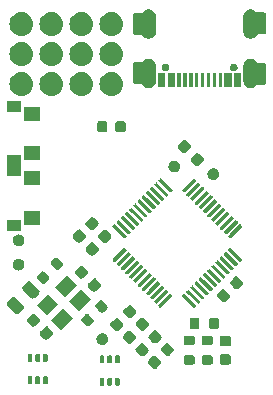
<source format=gbr>
%TF.GenerationSoftware,KiCad,Pcbnew,8.0.2*%
%TF.CreationDate,2024-07-01T07:37:42+02:00*%
%TF.ProjectId,ant control board v1.2,616e7420-636f-46e7-9472-6f6c20626f61,1.1*%
%TF.SameCoordinates,Original*%
%TF.FileFunction,Soldermask,Top*%
%TF.FilePolarity,Negative*%
%FSLAX46Y46*%
G04 Gerber Fmt 4.6, Leading zero omitted, Abs format (unit mm)*
G04 Created by KiCad (PCBNEW 8.0.2) date 2024-07-01 07:37:42*
%MOMM*%
%LPD*%
G01*
G04 APERTURE LIST*
G04 APERTURE END LIST*
G36*
X146173268Y-100327612D02*
G01*
X146205711Y-100349289D01*
X146227388Y-100381732D01*
X146235000Y-100420000D01*
X146235000Y-100870000D01*
X146227388Y-100908268D01*
X146205711Y-100940711D01*
X146173268Y-100962388D01*
X146135000Y-100970000D01*
X145935000Y-100970000D01*
X145896732Y-100962388D01*
X145864289Y-100940711D01*
X145842612Y-100908268D01*
X145835000Y-100870000D01*
X145835000Y-100420000D01*
X145842612Y-100381732D01*
X145864289Y-100349289D01*
X145896732Y-100327612D01*
X145935000Y-100320000D01*
X146135000Y-100320000D01*
X146173268Y-100327612D01*
G37*
G36*
X146823268Y-100327612D02*
G01*
X146855711Y-100349289D01*
X146877388Y-100381732D01*
X146885000Y-100420000D01*
X146885000Y-100870000D01*
X146877388Y-100908268D01*
X146855711Y-100940711D01*
X146823268Y-100962388D01*
X146785000Y-100970000D01*
X146585000Y-100970000D01*
X146546732Y-100962388D01*
X146514289Y-100940711D01*
X146492612Y-100908268D01*
X146485000Y-100870000D01*
X146485000Y-100420000D01*
X146492612Y-100381732D01*
X146514289Y-100349289D01*
X146546732Y-100327612D01*
X146585000Y-100320000D01*
X146785000Y-100320000D01*
X146823268Y-100327612D01*
G37*
G36*
X147473268Y-100327612D02*
G01*
X147505711Y-100349289D01*
X147527388Y-100381732D01*
X147535000Y-100420000D01*
X147535000Y-100870000D01*
X147527388Y-100908268D01*
X147505711Y-100940711D01*
X147473268Y-100962388D01*
X147435000Y-100970000D01*
X147235000Y-100970000D01*
X147196732Y-100962388D01*
X147164289Y-100940711D01*
X147142612Y-100908268D01*
X147135000Y-100870000D01*
X147135000Y-100420000D01*
X147142612Y-100381732D01*
X147164289Y-100349289D01*
X147196732Y-100327612D01*
X147235000Y-100320000D01*
X147435000Y-100320000D01*
X147473268Y-100327612D01*
G37*
G36*
X140077268Y-100200612D02*
G01*
X140109711Y-100222289D01*
X140131388Y-100254732D01*
X140139000Y-100293000D01*
X140139000Y-100743000D01*
X140131388Y-100781268D01*
X140109711Y-100813711D01*
X140077268Y-100835388D01*
X140039000Y-100843000D01*
X139839000Y-100843000D01*
X139800732Y-100835388D01*
X139768289Y-100813711D01*
X139746612Y-100781268D01*
X139739000Y-100743000D01*
X139739000Y-100293000D01*
X139746612Y-100254732D01*
X139768289Y-100222289D01*
X139800732Y-100200612D01*
X139839000Y-100193000D01*
X140039000Y-100193000D01*
X140077268Y-100200612D01*
G37*
G36*
X140727268Y-100200612D02*
G01*
X140759711Y-100222289D01*
X140781388Y-100254732D01*
X140789000Y-100293000D01*
X140789000Y-100743000D01*
X140781388Y-100781268D01*
X140759711Y-100813711D01*
X140727268Y-100835388D01*
X140689000Y-100843000D01*
X140489000Y-100843000D01*
X140450732Y-100835388D01*
X140418289Y-100813711D01*
X140396612Y-100781268D01*
X140389000Y-100743000D01*
X140389000Y-100293000D01*
X140396612Y-100254732D01*
X140418289Y-100222289D01*
X140450732Y-100200612D01*
X140489000Y-100193000D01*
X140689000Y-100193000D01*
X140727268Y-100200612D01*
G37*
G36*
X141377268Y-100200612D02*
G01*
X141409711Y-100222289D01*
X141431388Y-100254732D01*
X141439000Y-100293000D01*
X141439000Y-100743000D01*
X141431388Y-100781268D01*
X141409711Y-100813711D01*
X141377268Y-100835388D01*
X141339000Y-100843000D01*
X141139000Y-100843000D01*
X141100732Y-100835388D01*
X141068289Y-100813711D01*
X141046612Y-100781268D01*
X141039000Y-100743000D01*
X141039000Y-100293000D01*
X141046612Y-100254732D01*
X141068289Y-100222289D01*
X141100732Y-100200612D01*
X141139000Y-100193000D01*
X141339000Y-100193000D01*
X141377268Y-100200612D01*
G37*
G36*
X150548818Y-98454659D02*
G01*
X150621813Y-98503433D01*
X150625355Y-98506975D01*
X150971827Y-98853446D01*
X150971829Y-98853449D01*
X150975367Y-98856987D01*
X151024141Y-98929982D01*
X151041268Y-99016086D01*
X151024141Y-99102189D01*
X150975367Y-99175185D01*
X150657169Y-99493383D01*
X150584173Y-99542157D01*
X150498070Y-99559284D01*
X150411966Y-99542157D01*
X150338971Y-99493383D01*
X150335428Y-99489840D01*
X149988956Y-99143369D01*
X149988953Y-99143365D01*
X149985417Y-99139829D01*
X149936643Y-99066834D01*
X149919516Y-98980730D01*
X149936643Y-98894627D01*
X149985417Y-98821631D01*
X149988959Y-98818089D01*
X150300075Y-98506972D01*
X150300078Y-98506969D01*
X150303615Y-98503433D01*
X150376611Y-98454659D01*
X150462714Y-98437532D01*
X150548818Y-98454659D01*
G37*
G36*
X153767537Y-98408024D02*
G01*
X153832421Y-98451379D01*
X153875776Y-98516263D01*
X153891000Y-98592800D01*
X153891000Y-98992800D01*
X153875776Y-99069337D01*
X153832421Y-99134221D01*
X153767537Y-99177576D01*
X153691000Y-99192800D01*
X153141000Y-99192800D01*
X153064463Y-99177576D01*
X152999579Y-99134221D01*
X152956224Y-99069337D01*
X152941000Y-98992800D01*
X152941000Y-98592800D01*
X152956224Y-98516263D01*
X152999579Y-98451379D01*
X153064463Y-98408024D01*
X153141000Y-98392800D01*
X153691000Y-98392800D01*
X153767537Y-98408024D01*
G37*
G36*
X155291537Y-98408024D02*
G01*
X155356421Y-98451379D01*
X155399776Y-98516263D01*
X155415000Y-98592800D01*
X155415000Y-98992800D01*
X155399776Y-99069337D01*
X155356421Y-99134221D01*
X155291537Y-99177576D01*
X155215000Y-99192800D01*
X154665000Y-99192800D01*
X154588463Y-99177576D01*
X154523579Y-99134221D01*
X154480224Y-99069337D01*
X154465000Y-98992800D01*
X154465000Y-98592800D01*
X154480224Y-98516263D01*
X154523579Y-98451379D01*
X154588463Y-98408024D01*
X154665000Y-98392800D01*
X155215000Y-98392800D01*
X155291537Y-98408024D01*
G37*
G36*
X156800104Y-98309927D02*
G01*
X156873099Y-98358701D01*
X156921873Y-98431696D01*
X156939000Y-98517800D01*
X156939000Y-98967800D01*
X156921873Y-99053904D01*
X156873099Y-99126899D01*
X156800104Y-99175673D01*
X156714000Y-99192800D01*
X156214000Y-99192800D01*
X156127896Y-99175673D01*
X156054901Y-99126899D01*
X156006127Y-99053904D01*
X155989000Y-98967800D01*
X155989000Y-98517800D01*
X156006127Y-98431696D01*
X156054901Y-98358701D01*
X156127896Y-98309927D01*
X156214000Y-98292800D01*
X156714000Y-98292800D01*
X156800104Y-98309927D01*
G37*
G36*
X146173268Y-98427612D02*
G01*
X146205711Y-98449289D01*
X146227388Y-98481732D01*
X146235000Y-98520000D01*
X146235000Y-98970000D01*
X146227388Y-99008268D01*
X146205711Y-99040711D01*
X146173268Y-99062388D01*
X146135000Y-99070000D01*
X145935000Y-99070000D01*
X145896732Y-99062388D01*
X145864289Y-99040711D01*
X145842612Y-99008268D01*
X145835000Y-98970000D01*
X145835000Y-98520000D01*
X145842612Y-98481732D01*
X145864289Y-98449289D01*
X145896732Y-98427612D01*
X145935000Y-98420000D01*
X146135000Y-98420000D01*
X146173268Y-98427612D01*
G37*
G36*
X146823268Y-98427612D02*
G01*
X146855711Y-98449289D01*
X146877388Y-98481732D01*
X146885000Y-98520000D01*
X146885000Y-98970000D01*
X146877388Y-99008268D01*
X146855711Y-99040711D01*
X146823268Y-99062388D01*
X146785000Y-99070000D01*
X146585000Y-99070000D01*
X146546732Y-99062388D01*
X146514289Y-99040711D01*
X146492612Y-99008268D01*
X146485000Y-98970000D01*
X146485000Y-98520000D01*
X146492612Y-98481732D01*
X146514289Y-98449289D01*
X146546732Y-98427612D01*
X146585000Y-98420000D01*
X146785000Y-98420000D01*
X146823268Y-98427612D01*
G37*
G36*
X147473268Y-98427612D02*
G01*
X147505711Y-98449289D01*
X147527388Y-98481732D01*
X147535000Y-98520000D01*
X147535000Y-98970000D01*
X147527388Y-99008268D01*
X147505711Y-99040711D01*
X147473268Y-99062388D01*
X147435000Y-99070000D01*
X147235000Y-99070000D01*
X147196732Y-99062388D01*
X147164289Y-99040711D01*
X147142612Y-99008268D01*
X147135000Y-98970000D01*
X147135000Y-98520000D01*
X147142612Y-98481732D01*
X147164289Y-98449289D01*
X147196732Y-98427612D01*
X147235000Y-98420000D01*
X147435000Y-98420000D01*
X147473268Y-98427612D01*
G37*
G36*
X140077268Y-98300612D02*
G01*
X140109711Y-98322289D01*
X140131388Y-98354732D01*
X140139000Y-98393000D01*
X140139000Y-98843000D01*
X140131388Y-98881268D01*
X140109711Y-98913711D01*
X140077268Y-98935388D01*
X140039000Y-98943000D01*
X139839000Y-98943000D01*
X139800732Y-98935388D01*
X139768289Y-98913711D01*
X139746612Y-98881268D01*
X139739000Y-98843000D01*
X139739000Y-98393000D01*
X139746612Y-98354732D01*
X139768289Y-98322289D01*
X139800732Y-98300612D01*
X139839000Y-98293000D01*
X140039000Y-98293000D01*
X140077268Y-98300612D01*
G37*
G36*
X140727268Y-98300612D02*
G01*
X140759711Y-98322289D01*
X140781388Y-98354732D01*
X140789000Y-98393000D01*
X140789000Y-98843000D01*
X140781388Y-98881268D01*
X140759711Y-98913711D01*
X140727268Y-98935388D01*
X140689000Y-98943000D01*
X140489000Y-98943000D01*
X140450732Y-98935388D01*
X140418289Y-98913711D01*
X140396612Y-98881268D01*
X140389000Y-98843000D01*
X140389000Y-98393000D01*
X140396612Y-98354732D01*
X140418289Y-98322289D01*
X140450732Y-98300612D01*
X140489000Y-98293000D01*
X140689000Y-98293000D01*
X140727268Y-98300612D01*
G37*
G36*
X141377268Y-98300612D02*
G01*
X141409711Y-98322289D01*
X141431388Y-98354732D01*
X141439000Y-98393000D01*
X141439000Y-98843000D01*
X141431388Y-98881268D01*
X141409711Y-98913711D01*
X141377268Y-98935388D01*
X141339000Y-98943000D01*
X141139000Y-98943000D01*
X141100732Y-98935388D01*
X141068289Y-98913711D01*
X141046612Y-98881268D01*
X141039000Y-98843000D01*
X141039000Y-98393000D01*
X141046612Y-98354732D01*
X141068289Y-98322289D01*
X141100732Y-98300612D01*
X141139000Y-98293000D01*
X141339000Y-98293000D01*
X141377268Y-98300612D01*
G37*
G36*
X149482018Y-97387859D02*
G01*
X149555013Y-97436633D01*
X149558555Y-97440175D01*
X149905027Y-97786646D01*
X149905029Y-97786649D01*
X149908567Y-97790187D01*
X149957341Y-97863182D01*
X149974468Y-97949286D01*
X149957341Y-98035389D01*
X149908567Y-98108385D01*
X149590369Y-98426583D01*
X149517373Y-98475357D01*
X149431270Y-98492484D01*
X149345166Y-98475357D01*
X149272171Y-98426583D01*
X149138388Y-98292800D01*
X148922156Y-98076569D01*
X148922153Y-98076565D01*
X148918617Y-98073029D01*
X148869843Y-98000034D01*
X148852716Y-97913930D01*
X148869843Y-97827827D01*
X148918617Y-97754831D01*
X149048695Y-97624753D01*
X149233275Y-97440172D01*
X149233278Y-97440169D01*
X149236815Y-97436633D01*
X149309811Y-97387859D01*
X149395914Y-97370732D01*
X149482018Y-97387859D01*
G37*
G36*
X151644834Y-97358643D02*
G01*
X151717829Y-97407417D01*
X151721371Y-97410959D01*
X152067843Y-97757430D01*
X152067845Y-97757433D01*
X152071383Y-97760971D01*
X152120157Y-97833966D01*
X152137284Y-97920070D01*
X152120157Y-98006173D01*
X152071383Y-98079169D01*
X151753185Y-98397367D01*
X151680189Y-98446141D01*
X151594086Y-98463268D01*
X151507982Y-98446141D01*
X151434987Y-98397367D01*
X151330420Y-98292800D01*
X151084972Y-98047353D01*
X151084969Y-98047349D01*
X151081433Y-98043813D01*
X151032659Y-97970818D01*
X151015532Y-97884714D01*
X151032659Y-97798611D01*
X151081433Y-97725615D01*
X151230854Y-97576194D01*
X151396091Y-97410956D01*
X151396094Y-97410953D01*
X151399631Y-97407417D01*
X151472627Y-97358643D01*
X151558730Y-97341516D01*
X151644834Y-97358643D01*
G37*
G36*
X156800104Y-96759927D02*
G01*
X156873099Y-96808701D01*
X156921873Y-96881696D01*
X156939000Y-96967800D01*
X156939000Y-97417800D01*
X156921873Y-97503904D01*
X156873099Y-97576899D01*
X156800104Y-97625673D01*
X156714000Y-97642800D01*
X156214000Y-97642800D01*
X156127896Y-97625673D01*
X156054901Y-97576899D01*
X156006127Y-97503904D01*
X155989000Y-97417800D01*
X155989000Y-96967800D01*
X156006127Y-96881696D01*
X156054901Y-96808701D01*
X156127896Y-96759927D01*
X156214000Y-96742800D01*
X156714000Y-96742800D01*
X156800104Y-96759927D01*
G37*
G36*
X153767537Y-96758024D02*
G01*
X153832421Y-96801379D01*
X153875776Y-96866263D01*
X153891000Y-96942800D01*
X153891000Y-97342800D01*
X153875776Y-97419337D01*
X153832421Y-97484221D01*
X153767537Y-97527576D01*
X153691000Y-97542800D01*
X153141000Y-97542800D01*
X153064463Y-97527576D01*
X152999579Y-97484221D01*
X152956224Y-97419337D01*
X152941000Y-97342800D01*
X152941000Y-96942800D01*
X152956224Y-96866263D01*
X152999579Y-96801379D01*
X153064463Y-96758024D01*
X153141000Y-96742800D01*
X153691000Y-96742800D01*
X153767537Y-96758024D01*
G37*
G36*
X155291537Y-96758024D02*
G01*
X155356421Y-96801379D01*
X155399776Y-96866263D01*
X155415000Y-96942800D01*
X155415000Y-97342800D01*
X155399776Y-97419337D01*
X155356421Y-97484221D01*
X155291537Y-97527576D01*
X155215000Y-97542800D01*
X154665000Y-97542800D01*
X154588463Y-97527576D01*
X154523579Y-97484221D01*
X154480224Y-97419337D01*
X154465000Y-97342800D01*
X154465000Y-96942800D01*
X154480224Y-96866263D01*
X154523579Y-96801379D01*
X154588463Y-96758024D01*
X154665000Y-96742800D01*
X155215000Y-96742800D01*
X155291537Y-96758024D01*
G37*
G36*
X146085333Y-96533089D02*
G01*
X146121157Y-96533089D01*
X146150277Y-96541639D01*
X146179295Y-96545460D01*
X146218271Y-96561604D01*
X146257708Y-96573184D01*
X146278523Y-96586561D01*
X146299780Y-96595366D01*
X146338734Y-96625256D01*
X146377430Y-96650125D01*
X146389903Y-96664520D01*
X146403243Y-96674756D01*
X146437824Y-96719824D01*
X146470627Y-96757680D01*
X146476146Y-96769767D01*
X146482633Y-96778220D01*
X146508242Y-96840046D01*
X146529746Y-96887134D01*
X146530809Y-96894529D01*
X146532539Y-96898705D01*
X146544804Y-96991866D01*
X146550000Y-97028000D01*
X146544804Y-97064133D01*
X146532539Y-97157295D01*
X146530809Y-97161470D01*
X146529746Y-97168866D01*
X146508242Y-97215953D01*
X146482633Y-97277780D01*
X146476147Y-97286232D01*
X146470627Y-97298320D01*
X146437820Y-97336180D01*
X146403243Y-97381243D01*
X146389906Y-97391476D01*
X146377430Y-97405875D01*
X146338726Y-97430748D01*
X146299780Y-97460633D01*
X146278527Y-97469435D01*
X146257708Y-97482816D01*
X146218262Y-97494398D01*
X146179295Y-97510539D01*
X146150283Y-97514358D01*
X146121157Y-97522911D01*
X146085326Y-97522911D01*
X146050000Y-97527562D01*
X146014674Y-97522911D01*
X145978843Y-97522911D01*
X145949716Y-97514358D01*
X145920704Y-97510539D01*
X145881733Y-97494397D01*
X145842292Y-97482816D01*
X145821473Y-97469437D01*
X145800219Y-97460633D01*
X145761267Y-97430744D01*
X145722570Y-97405875D01*
X145710095Y-97391478D01*
X145696756Y-97381243D01*
X145662170Y-97336170D01*
X145629373Y-97298320D01*
X145623854Y-97286235D01*
X145617366Y-97277780D01*
X145591747Y-97215929D01*
X145570254Y-97168866D01*
X145569191Y-97161474D01*
X145567460Y-97157295D01*
X145555183Y-97064050D01*
X145550000Y-97028000D01*
X145555183Y-96991949D01*
X145567460Y-96898705D01*
X145569191Y-96894525D01*
X145570254Y-96887134D01*
X145591747Y-96840070D01*
X145617366Y-96778220D01*
X145623854Y-96769763D01*
X145629373Y-96757680D01*
X145662166Y-96719834D01*
X145696756Y-96674756D01*
X145710098Y-96664518D01*
X145722570Y-96650125D01*
X145761263Y-96625258D01*
X145800220Y-96595366D01*
X145821476Y-96586561D01*
X145842292Y-96573184D01*
X145881728Y-96561604D01*
X145920705Y-96545460D01*
X145949722Y-96541639D01*
X145978843Y-96533089D01*
X146014667Y-96533089D01*
X146050000Y-96528437D01*
X146085333Y-96533089D01*
G37*
G36*
X148415218Y-96321059D02*
G01*
X148488213Y-96369833D01*
X148491755Y-96373375D01*
X148838227Y-96719846D01*
X148838229Y-96719849D01*
X148841767Y-96723387D01*
X148890541Y-96796382D01*
X148907668Y-96882486D01*
X148890541Y-96968589D01*
X148841767Y-97041585D01*
X148523569Y-97359783D01*
X148450573Y-97408557D01*
X148364470Y-97425684D01*
X148278366Y-97408557D01*
X148205371Y-97359783D01*
X148123368Y-97277780D01*
X147855356Y-97009769D01*
X147855353Y-97009765D01*
X147851817Y-97006229D01*
X147803043Y-96933234D01*
X147785916Y-96847130D01*
X147803043Y-96761027D01*
X147851817Y-96688031D01*
X148006759Y-96533089D01*
X148166475Y-96373372D01*
X148166478Y-96373369D01*
X148170015Y-96369833D01*
X148243011Y-96321059D01*
X148329114Y-96303932D01*
X148415218Y-96321059D01*
G37*
G36*
X150578034Y-96291843D02*
G01*
X150651029Y-96340617D01*
X150654571Y-96344159D01*
X151001043Y-96690630D01*
X151001045Y-96690633D01*
X151004583Y-96694171D01*
X151053357Y-96767166D01*
X151070484Y-96853270D01*
X151053357Y-96939373D01*
X151004583Y-97012369D01*
X150686385Y-97330567D01*
X150613389Y-97379341D01*
X150527286Y-97396468D01*
X150441182Y-97379341D01*
X150368187Y-97330567D01*
X150194915Y-97157295D01*
X150018172Y-96980553D01*
X150018169Y-96980549D01*
X150014633Y-96977013D01*
X149965859Y-96904018D01*
X149948732Y-96817914D01*
X149965859Y-96731811D01*
X150014633Y-96658815D01*
X150146563Y-96526885D01*
X150329291Y-96344156D01*
X150329294Y-96344153D01*
X150332831Y-96340617D01*
X150405827Y-96291843D01*
X150491930Y-96274716D01*
X150578034Y-96291843D01*
G37*
G36*
X141418589Y-95965459D02*
G01*
X141491585Y-96014233D01*
X141809783Y-96332431D01*
X141858557Y-96405427D01*
X141875684Y-96491530D01*
X141858557Y-96577634D01*
X141809783Y-96650629D01*
X141456229Y-97004183D01*
X141383234Y-97052957D01*
X141297130Y-97070084D01*
X141211027Y-97052957D01*
X141138031Y-97004183D01*
X140819833Y-96685985D01*
X140771059Y-96612989D01*
X140753932Y-96526886D01*
X140771059Y-96440782D01*
X140819833Y-96367787D01*
X140823372Y-96364247D01*
X140823375Y-96364244D01*
X141169846Y-96017772D01*
X141169852Y-96017767D01*
X141173387Y-96014233D01*
X141246382Y-95965459D01*
X141332486Y-95948332D01*
X141418589Y-95965459D01*
G37*
G36*
X147348418Y-95254259D02*
G01*
X147421413Y-95303033D01*
X147424955Y-95306575D01*
X147771427Y-95653046D01*
X147771429Y-95653049D01*
X147774967Y-95656587D01*
X147823741Y-95729582D01*
X147840868Y-95815686D01*
X147823741Y-95901789D01*
X147774967Y-95974785D01*
X147456769Y-96292983D01*
X147383773Y-96341757D01*
X147297670Y-96358884D01*
X147211566Y-96341757D01*
X147138571Y-96292983D01*
X146986244Y-96140656D01*
X146788556Y-95942969D01*
X146788553Y-95942965D01*
X146785017Y-95939429D01*
X146736243Y-95866434D01*
X146719116Y-95780330D01*
X146736243Y-95694227D01*
X146785017Y-95621231D01*
X146926252Y-95479996D01*
X147099675Y-95306572D01*
X147099678Y-95306569D01*
X147103215Y-95303033D01*
X147176211Y-95254259D01*
X147262314Y-95237132D01*
X147348418Y-95254259D01*
G37*
G36*
X149511234Y-95225043D02*
G01*
X149584229Y-95273817D01*
X149587771Y-95277359D01*
X149934243Y-95623830D01*
X149934245Y-95623833D01*
X149937783Y-95627371D01*
X149986557Y-95700366D01*
X150003684Y-95786470D01*
X149986557Y-95872573D01*
X149937783Y-95945569D01*
X149619585Y-96263767D01*
X149546589Y-96312541D01*
X149460486Y-96329668D01*
X149374382Y-96312541D01*
X149301387Y-96263767D01*
X149135138Y-96097518D01*
X148951372Y-95913753D01*
X148951369Y-95913749D01*
X148947833Y-95910213D01*
X148899059Y-95837218D01*
X148881932Y-95751114D01*
X148899059Y-95665011D01*
X148947833Y-95592015D01*
X149089763Y-95450085D01*
X149262491Y-95277356D01*
X149262494Y-95277353D01*
X149266031Y-95273817D01*
X149339027Y-95225043D01*
X149425130Y-95207916D01*
X149511234Y-95225043D01*
G37*
G36*
X143541262Y-95237347D02*
G01*
X142551312Y-96227297D01*
X141702784Y-95378769D01*
X141706321Y-95375231D01*
X141706324Y-95375228D01*
X142689193Y-94392358D01*
X142689199Y-94392353D01*
X142692734Y-94388819D01*
X143541262Y-95237347D01*
G37*
G36*
X154137537Y-95222024D02*
G01*
X154202421Y-95265379D01*
X154245776Y-95330263D01*
X154261000Y-95406800D01*
X154261000Y-95956800D01*
X154245776Y-96033337D01*
X154202421Y-96098221D01*
X154137537Y-96141576D01*
X154061000Y-96156800D01*
X153661000Y-96156800D01*
X153584463Y-96141576D01*
X153519579Y-96098221D01*
X153476224Y-96033337D01*
X153461000Y-95956800D01*
X153461000Y-95406800D01*
X153476224Y-95330263D01*
X153519579Y-95265379D01*
X153584463Y-95222024D01*
X153661000Y-95206800D01*
X154061000Y-95206800D01*
X154137537Y-95222024D01*
G37*
G36*
X155787537Y-95222024D02*
G01*
X155852421Y-95265379D01*
X155895776Y-95330263D01*
X155911000Y-95406800D01*
X155911000Y-95956800D01*
X155895776Y-96033337D01*
X155852421Y-96098221D01*
X155787537Y-96141576D01*
X155711000Y-96156800D01*
X155311000Y-96156800D01*
X155234463Y-96141576D01*
X155169579Y-96098221D01*
X155126224Y-96033337D01*
X155111000Y-95956800D01*
X155111000Y-95406800D01*
X155126224Y-95330263D01*
X155169579Y-95265379D01*
X155234463Y-95222024D01*
X155311000Y-95206800D01*
X155711000Y-95206800D01*
X155787537Y-95222024D01*
G37*
G36*
X140322573Y-94869443D02*
G01*
X140395569Y-94918217D01*
X140713767Y-95236415D01*
X140762541Y-95309411D01*
X140779668Y-95395514D01*
X140762541Y-95481618D01*
X140713767Y-95554613D01*
X140360213Y-95908167D01*
X140287218Y-95956941D01*
X140201114Y-95974068D01*
X140115011Y-95956941D01*
X140042015Y-95908167D01*
X139723817Y-95589969D01*
X139675043Y-95516973D01*
X139657916Y-95430870D01*
X139675043Y-95344766D01*
X139723817Y-95271771D01*
X139727356Y-95268231D01*
X139727359Y-95268228D01*
X140073830Y-94921756D01*
X140073836Y-94921751D01*
X140077371Y-94918217D01*
X140150366Y-94869443D01*
X140236470Y-94852316D01*
X140322573Y-94869443D01*
G37*
G36*
X144829741Y-94906311D02*
G01*
X144894625Y-94949666D01*
X144898167Y-94953208D01*
X145279994Y-95335034D01*
X145279996Y-95335037D01*
X145283534Y-95338575D01*
X145326889Y-95403459D01*
X145342112Y-95479996D01*
X145326889Y-95556533D01*
X145283534Y-95621417D01*
X145000691Y-95904260D01*
X144935807Y-95947615D01*
X144859270Y-95962838D01*
X144782733Y-95947615D01*
X144717849Y-95904260D01*
X144543171Y-95729582D01*
X144332479Y-95518891D01*
X144332476Y-95518887D01*
X144328940Y-95515351D01*
X144285585Y-95450467D01*
X144270362Y-95373930D01*
X144285585Y-95297393D01*
X144328940Y-95232509D01*
X144332479Y-95228969D01*
X144332482Y-95228966D01*
X144608242Y-94953205D01*
X144608248Y-94953200D01*
X144611783Y-94949666D01*
X144676667Y-94906311D01*
X144753204Y-94891088D01*
X144829741Y-94906311D01*
G37*
G36*
X148444434Y-94158243D02*
G01*
X148517429Y-94207017D01*
X148520971Y-94210559D01*
X148867443Y-94557030D01*
X148867445Y-94557033D01*
X148870983Y-94560571D01*
X148919757Y-94633566D01*
X148936884Y-94719670D01*
X148919757Y-94805773D01*
X148870983Y-94878769D01*
X148552785Y-95196967D01*
X148479789Y-95245741D01*
X148393686Y-95262868D01*
X148307582Y-95245741D01*
X148234587Y-95196967D01*
X148059295Y-95021675D01*
X147884572Y-94846953D01*
X147884569Y-94846949D01*
X147881033Y-94843413D01*
X147832259Y-94770418D01*
X147815132Y-94684314D01*
X147832259Y-94598211D01*
X147881033Y-94525215D01*
X148028511Y-94377737D01*
X148195691Y-94210556D01*
X148195694Y-94210553D01*
X148199231Y-94207017D01*
X148272227Y-94158243D01*
X148358330Y-94141116D01*
X148444434Y-94158243D01*
G37*
G36*
X142339181Y-94035266D02*
G01*
X141349231Y-95025216D01*
X140500703Y-94176688D01*
X140504240Y-94173150D01*
X140504243Y-94173147D01*
X141487112Y-93190277D01*
X141487118Y-93190272D01*
X141490653Y-93186738D01*
X142339181Y-94035266D01*
G37*
G36*
X138556441Y-93452004D02*
G01*
X138575853Y-93452004D01*
X138596335Y-93459938D01*
X138624506Y-93465542D01*
X138643418Y-93478178D01*
X138660770Y-93484901D01*
X138700089Y-93516046D01*
X138703584Y-93518381D01*
X139348819Y-94163616D01*
X139351149Y-94167104D01*
X139382298Y-94206428D01*
X139389020Y-94223781D01*
X139401658Y-94242694D01*
X139407261Y-94270864D01*
X139415196Y-94291347D01*
X139415196Y-94310759D01*
X139420211Y-94335973D01*
X139415196Y-94361187D01*
X139415196Y-94380599D01*
X139407261Y-94401079D01*
X139401658Y-94429253D01*
X139389019Y-94448167D01*
X139382298Y-94465517D01*
X139351155Y-94504833D01*
X139348819Y-94508330D01*
X139004104Y-94853045D01*
X139000612Y-94855378D01*
X138961290Y-94886524D01*
X138943942Y-94893244D01*
X138925027Y-94905884D01*
X138896854Y-94911487D01*
X138876374Y-94919422D01*
X138856961Y-94919422D01*
X138831747Y-94924437D01*
X138806533Y-94919422D01*
X138787121Y-94919422D01*
X138766639Y-94911487D01*
X138738468Y-94905884D01*
X138719554Y-94893246D01*
X138702203Y-94886524D01*
X138662886Y-94855381D01*
X138659390Y-94853045D01*
X138014155Y-94207810D01*
X138011825Y-94204323D01*
X137980675Y-94164997D01*
X137973952Y-94147643D01*
X137961316Y-94128732D01*
X137955712Y-94100560D01*
X137947778Y-94080078D01*
X137947778Y-94060666D01*
X137942763Y-94035453D01*
X137947778Y-94010238D01*
X137947778Y-93990826D01*
X137955713Y-93970342D01*
X137961316Y-93942173D01*
X137973951Y-93923262D01*
X137980675Y-93905908D01*
X138011828Y-93866577D01*
X138014155Y-93863096D01*
X138016230Y-93861020D01*
X138016234Y-93861016D01*
X138356789Y-93520460D01*
X138356798Y-93520452D01*
X138358870Y-93518381D01*
X138362347Y-93516057D01*
X138401683Y-93484901D01*
X138419035Y-93478178D01*
X138437947Y-93465542D01*
X138466117Y-93459939D01*
X138486600Y-93452004D01*
X138506013Y-93452004D01*
X138531227Y-93446989D01*
X138556441Y-93452004D01*
G37*
G36*
X145996467Y-93739585D02*
G01*
X146061351Y-93782940D01*
X146064893Y-93786482D01*
X146446720Y-94168308D01*
X146446722Y-94168311D01*
X146450260Y-94171849D01*
X146493615Y-94236733D01*
X146508838Y-94313270D01*
X146493615Y-94389807D01*
X146450260Y-94454691D01*
X146167417Y-94737534D01*
X146102533Y-94780889D01*
X146025996Y-94796112D01*
X145949459Y-94780889D01*
X145884575Y-94737534D01*
X145704071Y-94557030D01*
X145499205Y-94352165D01*
X145499202Y-94352161D01*
X145495666Y-94348625D01*
X145452311Y-94283741D01*
X145437088Y-94207204D01*
X145452311Y-94130667D01*
X145495666Y-94065783D01*
X145499205Y-94062243D01*
X145499208Y-94062240D01*
X145774968Y-93786479D01*
X145774974Y-93786474D01*
X145778509Y-93782940D01*
X145843393Y-93739585D01*
X145919930Y-93724362D01*
X145996467Y-93739585D01*
G37*
G36*
X145096897Y-93681712D02*
G01*
X144106947Y-94671662D01*
X143258419Y-93823134D01*
X143261956Y-93819596D01*
X143261959Y-93819593D01*
X144244828Y-92836723D01*
X144244834Y-92836718D01*
X144248369Y-92833184D01*
X145096897Y-93681712D01*
G37*
G36*
X151845339Y-93197094D02*
G01*
X151869670Y-93213352D01*
X151912145Y-93255827D01*
X151972201Y-93315882D01*
X151972203Y-93315885D01*
X151975736Y-93319418D01*
X151991994Y-93343749D01*
X151997703Y-93372451D01*
X151991994Y-93401152D01*
X151975736Y-93425484D01*
X151038820Y-94362400D01*
X151014488Y-94378658D01*
X150985787Y-94384367D01*
X150957085Y-94378658D01*
X150932754Y-94362400D01*
X150861701Y-94291347D01*
X150830222Y-94259869D01*
X150830219Y-94259865D01*
X150826688Y-94256334D01*
X150810430Y-94232003D01*
X150804721Y-94203301D01*
X150810430Y-94174600D01*
X150826688Y-94150268D01*
X151057469Y-93919487D01*
X151760064Y-93216890D01*
X151760070Y-93216885D01*
X151763604Y-93213352D01*
X151787936Y-93197094D01*
X151816637Y-93191385D01*
X151845339Y-93197094D01*
G37*
G36*
X153012064Y-93197094D02*
G01*
X153036396Y-93213352D01*
X153275048Y-93452004D01*
X153969773Y-94146728D01*
X153969774Y-94146730D01*
X153973312Y-94150268D01*
X153989570Y-94174600D01*
X153995279Y-94203301D01*
X153989570Y-94232003D01*
X153973312Y-94256334D01*
X153867246Y-94362400D01*
X153842915Y-94378658D01*
X153814213Y-94384367D01*
X153785512Y-94378658D01*
X153761180Y-94362400D01*
X153069410Y-93670630D01*
X152827802Y-93429023D01*
X152827799Y-93429019D01*
X152824264Y-93425484D01*
X152808006Y-93401152D01*
X152802297Y-93372451D01*
X152808006Y-93343749D01*
X152824264Y-93319418D01*
X152852500Y-93291182D01*
X152926794Y-93216886D01*
X152926800Y-93216881D01*
X152930330Y-93213352D01*
X152954661Y-93197094D01*
X152983363Y-93191385D01*
X153012064Y-93197094D01*
G37*
G36*
X151491785Y-92843540D02*
G01*
X151516116Y-92859798D01*
X151569151Y-92912833D01*
X151618647Y-92962328D01*
X151618649Y-92962331D01*
X151622182Y-92965864D01*
X151638440Y-92990195D01*
X151644149Y-93018897D01*
X151638440Y-93047598D01*
X151622182Y-93071930D01*
X150685266Y-94008846D01*
X150660934Y-94025104D01*
X150632233Y-94030813D01*
X150603531Y-94025104D01*
X150579200Y-94008846D01*
X150512527Y-93942173D01*
X150476668Y-93906315D01*
X150476665Y-93906311D01*
X150473134Y-93902780D01*
X150456876Y-93878449D01*
X150451167Y-93849747D01*
X150456876Y-93821046D01*
X150473134Y-93796714D01*
X150689790Y-93580058D01*
X151406510Y-92863336D01*
X151406516Y-92863331D01*
X151410050Y-92859798D01*
X151434382Y-92843540D01*
X151463083Y-92837831D01*
X151491785Y-92843540D01*
G37*
G36*
X153365618Y-92843540D02*
G01*
X153389950Y-92859798D01*
X153633579Y-93103427D01*
X154323327Y-93793174D01*
X154323328Y-93793176D01*
X154326866Y-93796714D01*
X154343124Y-93821046D01*
X154348833Y-93849747D01*
X154343124Y-93878449D01*
X154326866Y-93902780D01*
X154220800Y-94008846D01*
X154196469Y-94025104D01*
X154167767Y-94030813D01*
X154139066Y-94025104D01*
X154114734Y-94008846D01*
X153421766Y-93315878D01*
X153181356Y-93075469D01*
X153181353Y-93075465D01*
X153177818Y-93071930D01*
X153161560Y-93047598D01*
X153155851Y-93018897D01*
X153161560Y-92990195D01*
X153177818Y-92965864D01*
X153203499Y-92940183D01*
X153280348Y-92863332D01*
X153280354Y-92863327D01*
X153283884Y-92859798D01*
X153308215Y-92843540D01*
X153336917Y-92837831D01*
X153365618Y-92843540D01*
G37*
G36*
X156390818Y-92815859D02*
G01*
X156463813Y-92864633D01*
X156467355Y-92868175D01*
X156813827Y-93214646D01*
X156813829Y-93214649D01*
X156817367Y-93218187D01*
X156866141Y-93291182D01*
X156883268Y-93377286D01*
X156866141Y-93463389D01*
X156817367Y-93536385D01*
X156499169Y-93854583D01*
X156426173Y-93903357D01*
X156340070Y-93920484D01*
X156253966Y-93903357D01*
X156180971Y-93854583D01*
X156004560Y-93678172D01*
X155830956Y-93504569D01*
X155830953Y-93504565D01*
X155827417Y-93501029D01*
X155778643Y-93428034D01*
X155761516Y-93341930D01*
X155778643Y-93255827D01*
X155827417Y-93182831D01*
X155963031Y-93047217D01*
X156142075Y-92868172D01*
X156142078Y-92868169D01*
X156145615Y-92864633D01*
X156218611Y-92815859D01*
X156304714Y-92798732D01*
X156390818Y-92815859D01*
G37*
G36*
X151138232Y-92489987D02*
G01*
X151162563Y-92506245D01*
X151191508Y-92535190D01*
X151265094Y-92608775D01*
X151265096Y-92608778D01*
X151268629Y-92612311D01*
X151284887Y-92636642D01*
X151290596Y-92665344D01*
X151284887Y-92694045D01*
X151268629Y-92718377D01*
X150331713Y-93655293D01*
X150307381Y-93671551D01*
X150278680Y-93677260D01*
X150249978Y-93671551D01*
X150225647Y-93655293D01*
X150150412Y-93580058D01*
X150123115Y-93552762D01*
X150123112Y-93552758D01*
X150119581Y-93549227D01*
X150103323Y-93524896D01*
X150097614Y-93496194D01*
X150103323Y-93467493D01*
X150119581Y-93443161D01*
X150349390Y-93213352D01*
X151052957Y-92509783D01*
X151052963Y-92509778D01*
X151056497Y-92506245D01*
X151080829Y-92489987D01*
X151109530Y-92484278D01*
X151138232Y-92489987D01*
G37*
G36*
X153719171Y-92489987D02*
G01*
X153743503Y-92506245D01*
X153991510Y-92754252D01*
X154676880Y-93439621D01*
X154676881Y-93439623D01*
X154680419Y-93443161D01*
X154696677Y-93467493D01*
X154702386Y-93496194D01*
X154696677Y-93524896D01*
X154680419Y-93549227D01*
X154574353Y-93655293D01*
X154550022Y-93671551D01*
X154521320Y-93677260D01*
X154492619Y-93671551D01*
X154468287Y-93655293D01*
X153775318Y-92962324D01*
X153534909Y-92721916D01*
X153534906Y-92721912D01*
X153531371Y-92718377D01*
X153515113Y-92694045D01*
X153509404Y-92665344D01*
X153515113Y-92636642D01*
X153531371Y-92612311D01*
X153557053Y-92586629D01*
X153633901Y-92509779D01*
X153633907Y-92509774D01*
X153637437Y-92506245D01*
X153661768Y-92489987D01*
X153690470Y-92484278D01*
X153719171Y-92489987D01*
G37*
G36*
X139882267Y-92126178D02*
G01*
X139901679Y-92126178D01*
X139922161Y-92134112D01*
X139950332Y-92139716D01*
X139969244Y-92152352D01*
X139986596Y-92159075D01*
X140025915Y-92190220D01*
X140029410Y-92192555D01*
X140674645Y-92837790D01*
X140676975Y-92841278D01*
X140708124Y-92880602D01*
X140714846Y-92897955D01*
X140727484Y-92916868D01*
X140733087Y-92945038D01*
X140741022Y-92965521D01*
X140741022Y-92984933D01*
X140746037Y-93010147D01*
X140741022Y-93035361D01*
X140741022Y-93054773D01*
X140733087Y-93075253D01*
X140727484Y-93103427D01*
X140714845Y-93122341D01*
X140708124Y-93139691D01*
X140676981Y-93179007D01*
X140674645Y-93182504D01*
X140329930Y-93527219D01*
X140326438Y-93529552D01*
X140287116Y-93560698D01*
X140269768Y-93567418D01*
X140250853Y-93580058D01*
X140222680Y-93585661D01*
X140202200Y-93593596D01*
X140182787Y-93593596D01*
X140157573Y-93598611D01*
X140132359Y-93593596D01*
X140112947Y-93593596D01*
X140092465Y-93585661D01*
X140064294Y-93580058D01*
X140045380Y-93567420D01*
X140028029Y-93560698D01*
X139988712Y-93529555D01*
X139985216Y-93527219D01*
X139339981Y-92881984D01*
X139337651Y-92878497D01*
X139306501Y-92839171D01*
X139299778Y-92821817D01*
X139287142Y-92802906D01*
X139281538Y-92774734D01*
X139273604Y-92754252D01*
X139273604Y-92734840D01*
X139268589Y-92709627D01*
X139273604Y-92684412D01*
X139273604Y-92665000D01*
X139281539Y-92644516D01*
X139287142Y-92616347D01*
X139299777Y-92597436D01*
X139306501Y-92580082D01*
X139337654Y-92540751D01*
X139339981Y-92537270D01*
X139342056Y-92535194D01*
X139342060Y-92535190D01*
X139682615Y-92194634D01*
X139682624Y-92194626D01*
X139684696Y-92192555D01*
X139688173Y-92190231D01*
X139727509Y-92159075D01*
X139744861Y-92152352D01*
X139763773Y-92139716D01*
X139791943Y-92134113D01*
X139812426Y-92126178D01*
X139831839Y-92126178D01*
X139857053Y-92121163D01*
X139882267Y-92126178D01*
G37*
G36*
X143894816Y-92479631D02*
G01*
X142904866Y-93469581D01*
X142056338Y-92621053D01*
X142059875Y-92617515D01*
X142059878Y-92617512D01*
X143042747Y-91634642D01*
X143042753Y-91634637D01*
X143046288Y-91631103D01*
X143894816Y-92479631D01*
G37*
G36*
X150784678Y-92136433D02*
G01*
X150809009Y-92152691D01*
X150848873Y-92192555D01*
X150911540Y-92255221D01*
X150911542Y-92255224D01*
X150915075Y-92258757D01*
X150931333Y-92283088D01*
X150937042Y-92311790D01*
X150931333Y-92340491D01*
X150915075Y-92364823D01*
X149978159Y-93301739D01*
X149953827Y-93317997D01*
X149925126Y-93323706D01*
X149896424Y-93317997D01*
X149872093Y-93301739D01*
X149819057Y-93248703D01*
X149769561Y-93199208D01*
X149769558Y-93199204D01*
X149766027Y-93195673D01*
X149749769Y-93171342D01*
X149744060Y-93142640D01*
X149749769Y-93113939D01*
X149766027Y-93089607D01*
X149995836Y-92859798D01*
X150699403Y-92156229D01*
X150699409Y-92156224D01*
X150702943Y-92152691D01*
X150727275Y-92136433D01*
X150755976Y-92130724D01*
X150784678Y-92136433D01*
G37*
G36*
X154072725Y-92136433D02*
G01*
X154097057Y-92152691D01*
X154349379Y-92405013D01*
X155030434Y-93086067D01*
X155030435Y-93086069D01*
X155033973Y-93089607D01*
X155050231Y-93113939D01*
X155055940Y-93142640D01*
X155050231Y-93171342D01*
X155033973Y-93195673D01*
X154927907Y-93301739D01*
X154903576Y-93317997D01*
X154874874Y-93323706D01*
X154846173Y-93317997D01*
X154821841Y-93301739D01*
X154128873Y-92608771D01*
X153888463Y-92368362D01*
X153888460Y-92368358D01*
X153884925Y-92364823D01*
X153868667Y-92340491D01*
X153862958Y-92311790D01*
X153868667Y-92283088D01*
X153884925Y-92258757D01*
X153906144Y-92237538D01*
X153987455Y-92156225D01*
X153987461Y-92156220D01*
X153990991Y-92152691D01*
X154015322Y-92136433D01*
X154044024Y-92130724D01*
X154072725Y-92136433D01*
G37*
G36*
X145482589Y-91901459D02*
G01*
X145555585Y-91950233D01*
X145873783Y-92268431D01*
X145922557Y-92341427D01*
X145939684Y-92427530D01*
X145922557Y-92513634D01*
X145873783Y-92586629D01*
X145520229Y-92940183D01*
X145447234Y-92988957D01*
X145361130Y-93006084D01*
X145275027Y-92988957D01*
X145202031Y-92940183D01*
X144883833Y-92621985D01*
X144835059Y-92548989D01*
X144817932Y-92462886D01*
X144835059Y-92376782D01*
X144883833Y-92303787D01*
X144887372Y-92300247D01*
X144887375Y-92300244D01*
X145233846Y-91953772D01*
X145233852Y-91953767D01*
X145237387Y-91950233D01*
X145310382Y-91901459D01*
X145396486Y-91884332D01*
X145482589Y-91901459D01*
G37*
G36*
X150431125Y-91782880D02*
G01*
X150455456Y-91799138D01*
X150496942Y-91840624D01*
X150557987Y-91901668D01*
X150557989Y-91901671D01*
X150561522Y-91905204D01*
X150577780Y-91929535D01*
X150583489Y-91958237D01*
X150577780Y-91986938D01*
X150561522Y-92011270D01*
X149624606Y-92948186D01*
X149600274Y-92964444D01*
X149571573Y-92970153D01*
X149542871Y-92964444D01*
X149518540Y-92948186D01*
X149450956Y-92880602D01*
X149416008Y-92845655D01*
X149416005Y-92845651D01*
X149412474Y-92842120D01*
X149396216Y-92817789D01*
X149390507Y-92789087D01*
X149396216Y-92760386D01*
X149412474Y-92736054D01*
X149642283Y-92506245D01*
X150345850Y-91802676D01*
X150345856Y-91802671D01*
X150349390Y-91799138D01*
X150373722Y-91782880D01*
X150402423Y-91777171D01*
X150431125Y-91782880D01*
G37*
G36*
X154426278Y-91782880D02*
G01*
X154450610Y-91799138D01*
X154704751Y-92053279D01*
X155383987Y-92732514D01*
X155383988Y-92732516D01*
X155387526Y-92736054D01*
X155403784Y-92760386D01*
X155409493Y-92789087D01*
X155403784Y-92817789D01*
X155387526Y-92842120D01*
X155281460Y-92948186D01*
X155257129Y-92964444D01*
X155228427Y-92970153D01*
X155199726Y-92964444D01*
X155175394Y-92948186D01*
X154482425Y-92255217D01*
X154242016Y-92014809D01*
X154242013Y-92014805D01*
X154238478Y-92011270D01*
X154222220Y-91986938D01*
X154216511Y-91958237D01*
X154222220Y-91929535D01*
X154238478Y-91905204D01*
X154259697Y-91883985D01*
X154341008Y-91802672D01*
X154341014Y-91802667D01*
X154344544Y-91799138D01*
X154368875Y-91782880D01*
X154397577Y-91777171D01*
X154426278Y-91782880D01*
G37*
G36*
X157486834Y-91719843D02*
G01*
X157559829Y-91768617D01*
X157563371Y-91772159D01*
X157909843Y-92118630D01*
X157909845Y-92118633D01*
X157913383Y-92122171D01*
X157962157Y-92195166D01*
X157979284Y-92281270D01*
X157962157Y-92367373D01*
X157913383Y-92440369D01*
X157595185Y-92758567D01*
X157522189Y-92807341D01*
X157436086Y-92824468D01*
X157349982Y-92807341D01*
X157276987Y-92758567D01*
X157105049Y-92586629D01*
X156926972Y-92408553D01*
X156926969Y-92408549D01*
X156923433Y-92405013D01*
X156874659Y-92332018D01*
X156857532Y-92245914D01*
X156874659Y-92159811D01*
X156923433Y-92086815D01*
X157080713Y-91929535D01*
X157238091Y-91772156D01*
X157238094Y-91772153D01*
X157241631Y-91768617D01*
X157314627Y-91719843D01*
X157400730Y-91702716D01*
X157486834Y-91719843D01*
G37*
G36*
X150077572Y-91429327D02*
G01*
X150101903Y-91445585D01*
X150146931Y-91490613D01*
X150204434Y-91548115D01*
X150204436Y-91548118D01*
X150207969Y-91551651D01*
X150224227Y-91575982D01*
X150229936Y-91604684D01*
X150224227Y-91633385D01*
X150207969Y-91657717D01*
X149271053Y-92594633D01*
X149246721Y-92610891D01*
X149218020Y-92616600D01*
X149189318Y-92610891D01*
X149164987Y-92594633D01*
X149105544Y-92535190D01*
X149062455Y-92492102D01*
X149062452Y-92492098D01*
X149058921Y-92488567D01*
X149042663Y-92464236D01*
X149036954Y-92435534D01*
X149042663Y-92406833D01*
X149058921Y-92382501D01*
X149288731Y-92152691D01*
X149992297Y-91449123D01*
X149992303Y-91449118D01*
X149995837Y-91445585D01*
X150020169Y-91429327D01*
X150048870Y-91423618D01*
X150077572Y-91429327D01*
G37*
G36*
X154779831Y-91429327D02*
G01*
X154804163Y-91445585D01*
X155049171Y-91690593D01*
X155737540Y-92378961D01*
X155737541Y-92378963D01*
X155741079Y-92382501D01*
X155757337Y-92406833D01*
X155763046Y-92435534D01*
X155757337Y-92464236D01*
X155741079Y-92488567D01*
X155635013Y-92594633D01*
X155610682Y-92610891D01*
X155581980Y-92616600D01*
X155553279Y-92610891D01*
X155528947Y-92594633D01*
X154835773Y-91901459D01*
X154595569Y-91661256D01*
X154595566Y-91661252D01*
X154592031Y-91657717D01*
X154575773Y-91633385D01*
X154570064Y-91604684D01*
X154575773Y-91575982D01*
X154592031Y-91551651D01*
X154617713Y-91525969D01*
X154694561Y-91449119D01*
X154694567Y-91449114D01*
X154698097Y-91445585D01*
X154722428Y-91429327D01*
X154751130Y-91423618D01*
X154779831Y-91429327D01*
G37*
G36*
X141070541Y-91299511D02*
G01*
X141135425Y-91342866D01*
X141138967Y-91346408D01*
X141520794Y-91728234D01*
X141520796Y-91728237D01*
X141524334Y-91731775D01*
X141567689Y-91796659D01*
X141582912Y-91873196D01*
X141567689Y-91949733D01*
X141524334Y-92014617D01*
X141241491Y-92297460D01*
X141176607Y-92340815D01*
X141100070Y-92356038D01*
X141023533Y-92340815D01*
X140958649Y-92297460D01*
X140771488Y-92110299D01*
X140573279Y-91912091D01*
X140573276Y-91912087D01*
X140569740Y-91908551D01*
X140526385Y-91843667D01*
X140511162Y-91767130D01*
X140526385Y-91690593D01*
X140569740Y-91625709D01*
X140573279Y-91622169D01*
X140573282Y-91622166D01*
X140849042Y-91346405D01*
X140849048Y-91346400D01*
X140852583Y-91342866D01*
X140917467Y-91299511D01*
X140994004Y-91284288D01*
X141070541Y-91299511D01*
G37*
G36*
X149724018Y-91075773D02*
G01*
X149748349Y-91092031D01*
X149783509Y-91127191D01*
X149850880Y-91194561D01*
X149850882Y-91194564D01*
X149854415Y-91198097D01*
X149870673Y-91222428D01*
X149876382Y-91251130D01*
X149870673Y-91279831D01*
X149854415Y-91304163D01*
X148917499Y-92241079D01*
X148893167Y-92257337D01*
X148864466Y-92263046D01*
X148835764Y-92257337D01*
X148811433Y-92241079D01*
X148758397Y-92188043D01*
X148708901Y-92138548D01*
X148708898Y-92138544D01*
X148705367Y-92135013D01*
X148689109Y-92110682D01*
X148683400Y-92081980D01*
X148689109Y-92053279D01*
X148705367Y-92028947D01*
X148937655Y-91796659D01*
X149638743Y-91095569D01*
X149638749Y-91095564D01*
X149642283Y-91092031D01*
X149666615Y-91075773D01*
X149695316Y-91070064D01*
X149724018Y-91075773D01*
G37*
G36*
X155133385Y-91075773D02*
G01*
X155157717Y-91092031D01*
X155397200Y-91331514D01*
X156091094Y-92025407D01*
X156091095Y-92025409D01*
X156094633Y-92028947D01*
X156110891Y-92053279D01*
X156116600Y-92081980D01*
X156110891Y-92110682D01*
X156094633Y-92135013D01*
X155988567Y-92241079D01*
X155964236Y-92257337D01*
X155935534Y-92263046D01*
X155906833Y-92257337D01*
X155882501Y-92241079D01*
X155189533Y-91548111D01*
X154949123Y-91307702D01*
X154949120Y-91307698D01*
X154945585Y-91304163D01*
X154929327Y-91279831D01*
X154923618Y-91251130D01*
X154929327Y-91222428D01*
X154945585Y-91198097D01*
X154971267Y-91172415D01*
X155048115Y-91095565D01*
X155048121Y-91095560D01*
X155051651Y-91092031D01*
X155075982Y-91075773D01*
X155104684Y-91070064D01*
X155133385Y-91075773D01*
G37*
G36*
X144386573Y-90805443D02*
G01*
X144459569Y-90854217D01*
X144777767Y-91172415D01*
X144826541Y-91245411D01*
X144843668Y-91331514D01*
X144826541Y-91417618D01*
X144777767Y-91490613D01*
X144424213Y-91844167D01*
X144351218Y-91892941D01*
X144265114Y-91910068D01*
X144179011Y-91892941D01*
X144106015Y-91844167D01*
X143787817Y-91525969D01*
X143739043Y-91452973D01*
X143721916Y-91366870D01*
X143739043Y-91280766D01*
X143787817Y-91207771D01*
X143791356Y-91204231D01*
X143791359Y-91204228D01*
X144137830Y-90857756D01*
X144137836Y-90857751D01*
X144141371Y-90854217D01*
X144214366Y-90805443D01*
X144300470Y-90788316D01*
X144386573Y-90805443D01*
G37*
G36*
X149370465Y-90722220D02*
G01*
X149394796Y-90738478D01*
X149438941Y-90782623D01*
X149497327Y-90841008D01*
X149497329Y-90841011D01*
X149500862Y-90844544D01*
X149517120Y-90868875D01*
X149522829Y-90897577D01*
X149517120Y-90926278D01*
X149500862Y-90950610D01*
X148563946Y-91887526D01*
X148539614Y-91903784D01*
X148510913Y-91909493D01*
X148482211Y-91903784D01*
X148457880Y-91887526D01*
X148404844Y-91834490D01*
X148355348Y-91784995D01*
X148355345Y-91784991D01*
X148351814Y-91781460D01*
X148335556Y-91757129D01*
X148329847Y-91728427D01*
X148335556Y-91699726D01*
X148351814Y-91675394D01*
X148581623Y-91445585D01*
X149285190Y-90742016D01*
X149285196Y-90742011D01*
X149288730Y-90738478D01*
X149313062Y-90722220D01*
X149341763Y-90716511D01*
X149370465Y-90722220D01*
G37*
G36*
X155486938Y-90722220D02*
G01*
X155511270Y-90738478D01*
X155751372Y-90978580D01*
X156444647Y-91671854D01*
X156444648Y-91671856D01*
X156448186Y-91675394D01*
X156464444Y-91699726D01*
X156470153Y-91728427D01*
X156464444Y-91757129D01*
X156448186Y-91781460D01*
X156342120Y-91887526D01*
X156317789Y-91903784D01*
X156289087Y-91909493D01*
X156260386Y-91903784D01*
X156236054Y-91887526D01*
X155536845Y-91188317D01*
X155302676Y-90954149D01*
X155302673Y-90954145D01*
X155299138Y-90950610D01*
X155282880Y-90926278D01*
X155277171Y-90897577D01*
X155282880Y-90868875D01*
X155299138Y-90844544D01*
X155320357Y-90823325D01*
X155401668Y-90742012D01*
X155401674Y-90742007D01*
X155405204Y-90738478D01*
X155429535Y-90722220D01*
X155458237Y-90716511D01*
X155486938Y-90722220D01*
G37*
G36*
X149016912Y-90368667D02*
G01*
X149041243Y-90384925D01*
X149094278Y-90437960D01*
X149143774Y-90487455D01*
X149143776Y-90487458D01*
X149147309Y-90490991D01*
X149163567Y-90515322D01*
X149169276Y-90544024D01*
X149163567Y-90572725D01*
X149147309Y-90597057D01*
X148210393Y-91533973D01*
X148186061Y-91550231D01*
X148157360Y-91555940D01*
X148128658Y-91550231D01*
X148104327Y-91533973D01*
X148051291Y-91480937D01*
X148001795Y-91431442D01*
X148001792Y-91431438D01*
X147998261Y-91427907D01*
X147982003Y-91403576D01*
X147976294Y-91374874D01*
X147982003Y-91346173D01*
X147998261Y-91321841D01*
X148228071Y-91092031D01*
X148931637Y-90388463D01*
X148931643Y-90388458D01*
X148935177Y-90384925D01*
X148959509Y-90368667D01*
X148988210Y-90362958D01*
X149016912Y-90368667D01*
G37*
G36*
X155840491Y-90368667D02*
G01*
X155864823Y-90384925D01*
X156109831Y-90629933D01*
X156798200Y-91318301D01*
X156798201Y-91318303D01*
X156801739Y-91321841D01*
X156817997Y-91346173D01*
X156823706Y-91374874D01*
X156817997Y-91403576D01*
X156801739Y-91427907D01*
X156695673Y-91533973D01*
X156671342Y-91550231D01*
X156642640Y-91555940D01*
X156613939Y-91550231D01*
X156589607Y-91533973D01*
X155896638Y-90841004D01*
X155656229Y-90600596D01*
X155656226Y-90600592D01*
X155652691Y-90597057D01*
X155636433Y-90572725D01*
X155630724Y-90544024D01*
X155636433Y-90515322D01*
X155652691Y-90490991D01*
X155673911Y-90469771D01*
X155755221Y-90388459D01*
X155755227Y-90388454D01*
X155758757Y-90384925D01*
X155783088Y-90368667D01*
X155811790Y-90362958D01*
X155840491Y-90368667D01*
G37*
G36*
X138998733Y-90233889D02*
G01*
X139034557Y-90233889D01*
X139063677Y-90242439D01*
X139092695Y-90246260D01*
X139131671Y-90262404D01*
X139171108Y-90273984D01*
X139191923Y-90287361D01*
X139213180Y-90296166D01*
X139252134Y-90326056D01*
X139290830Y-90350925D01*
X139303303Y-90365320D01*
X139316643Y-90375556D01*
X139351224Y-90420624D01*
X139384027Y-90458480D01*
X139389546Y-90470567D01*
X139396033Y-90479020D01*
X139421642Y-90540846D01*
X139443146Y-90587934D01*
X139444209Y-90595329D01*
X139445939Y-90599505D01*
X139458204Y-90692666D01*
X139463400Y-90728800D01*
X139458204Y-90764933D01*
X139445939Y-90858095D01*
X139444209Y-90862270D01*
X139443146Y-90869666D01*
X139421642Y-90916753D01*
X139396033Y-90978580D01*
X139389547Y-90987032D01*
X139384027Y-90999120D01*
X139351220Y-91036980D01*
X139316643Y-91082043D01*
X139303306Y-91092276D01*
X139290830Y-91106675D01*
X139252126Y-91131548D01*
X139213180Y-91161433D01*
X139191927Y-91170235D01*
X139171108Y-91183616D01*
X139131662Y-91195198D01*
X139092695Y-91211339D01*
X139063683Y-91215158D01*
X139034557Y-91223711D01*
X138998726Y-91223711D01*
X138963400Y-91228362D01*
X138928074Y-91223711D01*
X138892243Y-91223711D01*
X138863116Y-91215158D01*
X138834104Y-91211339D01*
X138795133Y-91195197D01*
X138755692Y-91183616D01*
X138734873Y-91170237D01*
X138713619Y-91161433D01*
X138674667Y-91131544D01*
X138635970Y-91106675D01*
X138623495Y-91092278D01*
X138610156Y-91082043D01*
X138575570Y-91036970D01*
X138542773Y-90999120D01*
X138537254Y-90987035D01*
X138530766Y-90978580D01*
X138505147Y-90916729D01*
X138483654Y-90869666D01*
X138482591Y-90862274D01*
X138480860Y-90858095D01*
X138468583Y-90764850D01*
X138463400Y-90728800D01*
X138468583Y-90692749D01*
X138480860Y-90599505D01*
X138482591Y-90595325D01*
X138483654Y-90587934D01*
X138505147Y-90540870D01*
X138530766Y-90479020D01*
X138537254Y-90470563D01*
X138542773Y-90458480D01*
X138575566Y-90420634D01*
X138610156Y-90375556D01*
X138623498Y-90365318D01*
X138635970Y-90350925D01*
X138674663Y-90326058D01*
X138713620Y-90296166D01*
X138734876Y-90287361D01*
X138755692Y-90273984D01*
X138795128Y-90262404D01*
X138834105Y-90246260D01*
X138863122Y-90242439D01*
X138892243Y-90233889D01*
X138928067Y-90233889D01*
X138963400Y-90229237D01*
X138998733Y-90233889D01*
G37*
G36*
X148663358Y-90015113D02*
G01*
X148687689Y-90031371D01*
X148740724Y-90084406D01*
X148790220Y-90133901D01*
X148790222Y-90133904D01*
X148793755Y-90137437D01*
X148810013Y-90161768D01*
X148815722Y-90190470D01*
X148810013Y-90219171D01*
X148793755Y-90243503D01*
X147856839Y-91180419D01*
X147832507Y-91196677D01*
X147803806Y-91202386D01*
X147775104Y-91196677D01*
X147750773Y-91180419D01*
X147677029Y-91106675D01*
X147648241Y-91077888D01*
X147648238Y-91077884D01*
X147644707Y-91074353D01*
X147628449Y-91050022D01*
X147622740Y-91021320D01*
X147628449Y-90992619D01*
X147644707Y-90968287D01*
X147874516Y-90738478D01*
X148578083Y-90034909D01*
X148578089Y-90034904D01*
X148581623Y-90031371D01*
X148605955Y-90015113D01*
X148634656Y-90009404D01*
X148663358Y-90015113D01*
G37*
G36*
X156194045Y-90015113D02*
G01*
X156218377Y-90031371D01*
X156460990Y-90273984D01*
X157151754Y-90964747D01*
X157151755Y-90964749D01*
X157155293Y-90968287D01*
X157171551Y-90992619D01*
X157177260Y-91021320D01*
X157171551Y-91050022D01*
X157155293Y-91074353D01*
X157049227Y-91180419D01*
X157024896Y-91196677D01*
X156996194Y-91202386D01*
X156967493Y-91196677D01*
X156943161Y-91180419D01*
X156250193Y-90487451D01*
X156009783Y-90247042D01*
X156009780Y-90247038D01*
X156006245Y-90243503D01*
X155989987Y-90219171D01*
X155984278Y-90190470D01*
X155989987Y-90161768D01*
X156006245Y-90137437D01*
X156026120Y-90117562D01*
X156108775Y-90034905D01*
X156108781Y-90034900D01*
X156112311Y-90031371D01*
X156136642Y-90015113D01*
X156165344Y-90009404D01*
X156194045Y-90015113D01*
G37*
G36*
X142237267Y-90132785D02*
G01*
X142302151Y-90176140D01*
X142305693Y-90179682D01*
X142687520Y-90561508D01*
X142687522Y-90561511D01*
X142691060Y-90565049D01*
X142734415Y-90629933D01*
X142749638Y-90706470D01*
X142734415Y-90783007D01*
X142691060Y-90847891D01*
X142408217Y-91130734D01*
X142343333Y-91174089D01*
X142266796Y-91189312D01*
X142190259Y-91174089D01*
X142125375Y-91130734D01*
X141945251Y-90950610D01*
X141740005Y-90745365D01*
X141740002Y-90745361D01*
X141736466Y-90741825D01*
X141693111Y-90676941D01*
X141677888Y-90600404D01*
X141693111Y-90523867D01*
X141736466Y-90458983D01*
X141740005Y-90455443D01*
X141740008Y-90455440D01*
X142015768Y-90179679D01*
X142015774Y-90179674D01*
X142019309Y-90176140D01*
X142084193Y-90132785D01*
X142160730Y-90117562D01*
X142237267Y-90132785D01*
G37*
G36*
X148309805Y-89661560D02*
G01*
X148334136Y-89677818D01*
X148387171Y-89730853D01*
X148436667Y-89780348D01*
X148436669Y-89780351D01*
X148440202Y-89783884D01*
X148456460Y-89808215D01*
X148462169Y-89836917D01*
X148456460Y-89865618D01*
X148440202Y-89889950D01*
X147503286Y-90826866D01*
X147478954Y-90843124D01*
X147450253Y-90848833D01*
X147421551Y-90843124D01*
X147397220Y-90826866D01*
X147344184Y-90773830D01*
X147294688Y-90724335D01*
X147294685Y-90724331D01*
X147291154Y-90720800D01*
X147274896Y-90696469D01*
X147269187Y-90667767D01*
X147274896Y-90639066D01*
X147291154Y-90614734D01*
X147520963Y-90384925D01*
X148224530Y-89681356D01*
X148224536Y-89681351D01*
X148228070Y-89677818D01*
X148252402Y-89661560D01*
X148281103Y-89655851D01*
X148309805Y-89661560D01*
G37*
G36*
X156547598Y-89661560D02*
G01*
X156571930Y-89677818D01*
X156834149Y-89940037D01*
X157505307Y-90611194D01*
X157505308Y-90611196D01*
X157508846Y-90614734D01*
X157525104Y-90639066D01*
X157530813Y-90667767D01*
X157525104Y-90696469D01*
X157508846Y-90720800D01*
X157402780Y-90826866D01*
X157378449Y-90843124D01*
X157349747Y-90848833D01*
X157321046Y-90843124D01*
X157296714Y-90826866D01*
X156602633Y-90132785D01*
X156363336Y-89893489D01*
X156363333Y-89893485D01*
X156359798Y-89889950D01*
X156343540Y-89865618D01*
X156337831Y-89836917D01*
X156343540Y-89808215D01*
X156359798Y-89783884D01*
X156363338Y-89780344D01*
X156462328Y-89681352D01*
X156462334Y-89681347D01*
X156465864Y-89677818D01*
X156490195Y-89661560D01*
X156518897Y-89655851D01*
X156547598Y-89661560D01*
G37*
G36*
X147956251Y-89308006D02*
G01*
X147980582Y-89324264D01*
X148033617Y-89377299D01*
X148083113Y-89426794D01*
X148083115Y-89426797D01*
X148086648Y-89430330D01*
X148102906Y-89454661D01*
X148108615Y-89483363D01*
X148102906Y-89512064D01*
X148086648Y-89536396D01*
X147149732Y-90473312D01*
X147125400Y-90489570D01*
X147096699Y-90495279D01*
X147067997Y-90489570D01*
X147043666Y-90473312D01*
X146990630Y-90420276D01*
X146941134Y-90370781D01*
X146941131Y-90370777D01*
X146937600Y-90367246D01*
X146921342Y-90342915D01*
X146915633Y-90314213D01*
X146921342Y-90285512D01*
X146937600Y-90261180D01*
X147167409Y-90031371D01*
X147870976Y-89327802D01*
X147870982Y-89327797D01*
X147874516Y-89324264D01*
X147898848Y-89308006D01*
X147927549Y-89302297D01*
X147956251Y-89308006D01*
G37*
G36*
X156901152Y-89308006D02*
G01*
X156925484Y-89324264D01*
X157175205Y-89573985D01*
X157858861Y-90257640D01*
X157858862Y-90257642D01*
X157862400Y-90261180D01*
X157878658Y-90285512D01*
X157884367Y-90314213D01*
X157878658Y-90342915D01*
X157862400Y-90367246D01*
X157756334Y-90473312D01*
X157732003Y-90489570D01*
X157703301Y-90495279D01*
X157674600Y-90489570D01*
X157650268Y-90473312D01*
X156957300Y-89780344D01*
X156716890Y-89539935D01*
X156716887Y-89539931D01*
X156713352Y-89536396D01*
X156697094Y-89512064D01*
X156691385Y-89483363D01*
X156697094Y-89454661D01*
X156713352Y-89430330D01*
X156728797Y-89414885D01*
X156815882Y-89327798D01*
X156815888Y-89327793D01*
X156819418Y-89324264D01*
X156843749Y-89308006D01*
X156872451Y-89302297D01*
X156901152Y-89308006D01*
G37*
G36*
X145304789Y-88853459D02*
G01*
X145377785Y-88902233D01*
X145695983Y-89220431D01*
X145744757Y-89293427D01*
X145761884Y-89379530D01*
X145744757Y-89465634D01*
X145695983Y-89538629D01*
X145342429Y-89892183D01*
X145269434Y-89940957D01*
X145183330Y-89958084D01*
X145097227Y-89940957D01*
X145024231Y-89892183D01*
X144706033Y-89573985D01*
X144657259Y-89500989D01*
X144640132Y-89414886D01*
X144657259Y-89328782D01*
X144706033Y-89255787D01*
X144709572Y-89252247D01*
X144709575Y-89252244D01*
X145056046Y-88905772D01*
X145056052Y-88905767D01*
X145059587Y-88902233D01*
X145132582Y-88853459D01*
X145218686Y-88836332D01*
X145304789Y-88853459D01*
G37*
G36*
X138998733Y-88176489D02*
G01*
X139034557Y-88176489D01*
X139063677Y-88185039D01*
X139092695Y-88188860D01*
X139131671Y-88205004D01*
X139171108Y-88216584D01*
X139191923Y-88229961D01*
X139213180Y-88238766D01*
X139252134Y-88268656D01*
X139290830Y-88293525D01*
X139303303Y-88307920D01*
X139316643Y-88318156D01*
X139351224Y-88363224D01*
X139384027Y-88401080D01*
X139389546Y-88413167D01*
X139396033Y-88421620D01*
X139421642Y-88483446D01*
X139443146Y-88530534D01*
X139444209Y-88537929D01*
X139445939Y-88542105D01*
X139458204Y-88635266D01*
X139463400Y-88671400D01*
X139458204Y-88707533D01*
X139445939Y-88800695D01*
X139444209Y-88804870D01*
X139443146Y-88812266D01*
X139421642Y-88859353D01*
X139396033Y-88921180D01*
X139389547Y-88929632D01*
X139384027Y-88941720D01*
X139351220Y-88979580D01*
X139316643Y-89024643D01*
X139303306Y-89034876D01*
X139290830Y-89049275D01*
X139252126Y-89074148D01*
X139213180Y-89104033D01*
X139191927Y-89112835D01*
X139171108Y-89126216D01*
X139131662Y-89137798D01*
X139092695Y-89153939D01*
X139063683Y-89157758D01*
X139034557Y-89166311D01*
X138998726Y-89166311D01*
X138963400Y-89170962D01*
X138928074Y-89166311D01*
X138892243Y-89166311D01*
X138863116Y-89157758D01*
X138834104Y-89153939D01*
X138795133Y-89137797D01*
X138755692Y-89126216D01*
X138734873Y-89112837D01*
X138713619Y-89104033D01*
X138674667Y-89074144D01*
X138635970Y-89049275D01*
X138623495Y-89034878D01*
X138610156Y-89024643D01*
X138575570Y-88979570D01*
X138542773Y-88941720D01*
X138537254Y-88929635D01*
X138530766Y-88921180D01*
X138505147Y-88859329D01*
X138483654Y-88812266D01*
X138482591Y-88804874D01*
X138480860Y-88800695D01*
X138468583Y-88707450D01*
X138463400Y-88671400D01*
X138468583Y-88635349D01*
X138480860Y-88542105D01*
X138482591Y-88537925D01*
X138483654Y-88530534D01*
X138505147Y-88483470D01*
X138530766Y-88421620D01*
X138537254Y-88413163D01*
X138542773Y-88401080D01*
X138575566Y-88363234D01*
X138610156Y-88318156D01*
X138623498Y-88307918D01*
X138635970Y-88293525D01*
X138674663Y-88268658D01*
X138713620Y-88238766D01*
X138734876Y-88229961D01*
X138755692Y-88216584D01*
X138795128Y-88205004D01*
X138834105Y-88188860D01*
X138863122Y-88185039D01*
X138892243Y-88176489D01*
X138928067Y-88176489D01*
X138963400Y-88171837D01*
X138998733Y-88176489D01*
G37*
G36*
X146371589Y-87786659D02*
G01*
X146444585Y-87835433D01*
X146762783Y-88153631D01*
X146811557Y-88226627D01*
X146828684Y-88312730D01*
X146811557Y-88398834D01*
X146762783Y-88471829D01*
X146409229Y-88825383D01*
X146336234Y-88874157D01*
X146250130Y-88891284D01*
X146164027Y-88874157D01*
X146091031Y-88825383D01*
X145772833Y-88507185D01*
X145724059Y-88434189D01*
X145706932Y-88348086D01*
X145724059Y-88261982D01*
X145772833Y-88188987D01*
X145776372Y-88185447D01*
X145776375Y-88185444D01*
X146122846Y-87838972D01*
X146122852Y-87838967D01*
X146126387Y-87835433D01*
X146199382Y-87786659D01*
X146285486Y-87769532D01*
X146371589Y-87786659D01*
G37*
G36*
X144208773Y-87757443D02*
G01*
X144281769Y-87806217D01*
X144599967Y-88124415D01*
X144648741Y-88197411D01*
X144665868Y-88283514D01*
X144648741Y-88369618D01*
X144599967Y-88442613D01*
X144246413Y-88796167D01*
X144173418Y-88844941D01*
X144087314Y-88862068D01*
X144001211Y-88844941D01*
X143928215Y-88796167D01*
X143610017Y-88477969D01*
X143561243Y-88404973D01*
X143544116Y-88318870D01*
X143561243Y-88232766D01*
X143610017Y-88159771D01*
X143613556Y-88156231D01*
X143613559Y-88156228D01*
X143960030Y-87809756D01*
X143960036Y-87809751D01*
X143963571Y-87806217D01*
X144036566Y-87757443D01*
X144122670Y-87740316D01*
X144208773Y-87757443D01*
G37*
G36*
X147125400Y-87310430D02*
G01*
X147149732Y-87326688D01*
X147403873Y-87580829D01*
X148083109Y-88260064D01*
X148083110Y-88260066D01*
X148086648Y-88263604D01*
X148102906Y-88287936D01*
X148108615Y-88316637D01*
X148102906Y-88345339D01*
X148086648Y-88369670D01*
X147980582Y-88475736D01*
X147956251Y-88491994D01*
X147927549Y-88497703D01*
X147898848Y-88491994D01*
X147874516Y-88475736D01*
X147176001Y-87777221D01*
X146941138Y-87542359D01*
X146941135Y-87542355D01*
X146937600Y-87538820D01*
X146921342Y-87514488D01*
X146915633Y-87485787D01*
X146921342Y-87457085D01*
X146937600Y-87432754D01*
X146959185Y-87411169D01*
X147040130Y-87330222D01*
X147040136Y-87330217D01*
X147043666Y-87326688D01*
X147067997Y-87310430D01*
X147096699Y-87304721D01*
X147125400Y-87310430D01*
G37*
G36*
X157732003Y-87310430D02*
G01*
X157756334Y-87326688D01*
X157789641Y-87359995D01*
X157858865Y-87429218D01*
X157858867Y-87429221D01*
X157862400Y-87432754D01*
X157878658Y-87457085D01*
X157884367Y-87485787D01*
X157878658Y-87514488D01*
X157862400Y-87538820D01*
X156925484Y-88475736D01*
X156901152Y-88491994D01*
X156872451Y-88497703D01*
X156843749Y-88491994D01*
X156819418Y-88475736D01*
X156742134Y-88398452D01*
X156716886Y-88373205D01*
X156716883Y-88373201D01*
X156713352Y-88369670D01*
X156697094Y-88345339D01*
X156691385Y-88316637D01*
X156697094Y-88287936D01*
X156713352Y-88263604D01*
X156858315Y-88118641D01*
X157646728Y-87330226D01*
X157646734Y-87330221D01*
X157650268Y-87326688D01*
X157674600Y-87310430D01*
X157703301Y-87304721D01*
X157732003Y-87310430D01*
G37*
G36*
X147478954Y-86956876D02*
G01*
X147503286Y-86973134D01*
X147746866Y-87216714D01*
X148436663Y-87906510D01*
X148436664Y-87906512D01*
X148440202Y-87910050D01*
X148456460Y-87934382D01*
X148462169Y-87963083D01*
X148456460Y-87991785D01*
X148440202Y-88016116D01*
X148334136Y-88122182D01*
X148309805Y-88138440D01*
X148281103Y-88144149D01*
X148252402Y-88138440D01*
X148228070Y-88122182D01*
X147535102Y-87429214D01*
X147294692Y-87188805D01*
X147294689Y-87188801D01*
X147291154Y-87185266D01*
X147274896Y-87160934D01*
X147269187Y-87132233D01*
X147274896Y-87103531D01*
X147291154Y-87079200D01*
X147316279Y-87054075D01*
X147393684Y-86976668D01*
X147393690Y-86976663D01*
X147397220Y-86973134D01*
X147421551Y-86956876D01*
X147450253Y-86951167D01*
X147478954Y-86956876D01*
G37*
G36*
X157378449Y-86956876D02*
G01*
X157402780Y-86973134D01*
X157455815Y-87026169D01*
X157505311Y-87075664D01*
X157505313Y-87075667D01*
X157508846Y-87079200D01*
X157525104Y-87103531D01*
X157530813Y-87132233D01*
X157525104Y-87160934D01*
X157508846Y-87185266D01*
X156571930Y-88122182D01*
X156547598Y-88138440D01*
X156518897Y-88144149D01*
X156490195Y-88138440D01*
X156465864Y-88122182D01*
X156412828Y-88069146D01*
X156363332Y-88019651D01*
X156363329Y-88019647D01*
X156359798Y-88016116D01*
X156343540Y-87991785D01*
X156337831Y-87963083D01*
X156343540Y-87934382D01*
X156359798Y-87910050D01*
X156544024Y-87725824D01*
X157293174Y-86976672D01*
X157293180Y-86976667D01*
X157296714Y-86973134D01*
X157321046Y-86956876D01*
X157349747Y-86951167D01*
X157378449Y-86956876D01*
G37*
G36*
X139144000Y-87840000D02*
G01*
X137944000Y-87840000D01*
X137944000Y-86940000D01*
X139144000Y-86940000D01*
X139144000Y-87840000D01*
G37*
G36*
X145275573Y-86690643D02*
G01*
X145348569Y-86739417D01*
X145666767Y-87057615D01*
X145715541Y-87130611D01*
X145732668Y-87216714D01*
X145715541Y-87302818D01*
X145666767Y-87375813D01*
X145313213Y-87729367D01*
X145240218Y-87778141D01*
X145154114Y-87795268D01*
X145068011Y-87778141D01*
X144995015Y-87729367D01*
X144676817Y-87411169D01*
X144628043Y-87338173D01*
X144610916Y-87252070D01*
X144628043Y-87165966D01*
X144676817Y-87092971D01*
X144680356Y-87089431D01*
X144680359Y-87089428D01*
X145026830Y-86742956D01*
X145026836Y-86742951D01*
X145030371Y-86739417D01*
X145103366Y-86690643D01*
X145189470Y-86673516D01*
X145275573Y-86690643D01*
G37*
G36*
X147832507Y-86603323D02*
G01*
X147856839Y-86619581D01*
X148110980Y-86873722D01*
X148790216Y-87552957D01*
X148790217Y-87552959D01*
X148793755Y-87556497D01*
X148810013Y-87580829D01*
X148815722Y-87609530D01*
X148810013Y-87638232D01*
X148793755Y-87662563D01*
X148687689Y-87768629D01*
X148663358Y-87784887D01*
X148634656Y-87790596D01*
X148605955Y-87784887D01*
X148581623Y-87768629D01*
X147888654Y-87075660D01*
X147648245Y-86835252D01*
X147648242Y-86835248D01*
X147644707Y-86831713D01*
X147628449Y-86807381D01*
X147622740Y-86778680D01*
X147628449Y-86749978D01*
X147644707Y-86725647D01*
X147665926Y-86704428D01*
X147747237Y-86623115D01*
X147747243Y-86623110D01*
X147750773Y-86619581D01*
X147775104Y-86603323D01*
X147803806Y-86597614D01*
X147832507Y-86603323D01*
G37*
G36*
X157024896Y-86603323D02*
G01*
X157049227Y-86619581D01*
X157102262Y-86672616D01*
X157151758Y-86722111D01*
X157151760Y-86722114D01*
X157155293Y-86725647D01*
X157171551Y-86749978D01*
X157177260Y-86778680D01*
X157171551Y-86807381D01*
X157155293Y-86831713D01*
X156218377Y-87768629D01*
X156194045Y-87784887D01*
X156165344Y-87790596D01*
X156136642Y-87784887D01*
X156112311Y-87768629D01*
X156059275Y-87715593D01*
X156009779Y-87666098D01*
X156009776Y-87666094D01*
X156006245Y-87662563D01*
X155989987Y-87638232D01*
X155984278Y-87609530D01*
X155989987Y-87580829D01*
X156006245Y-87556497D01*
X156236054Y-87326688D01*
X156939621Y-86623119D01*
X156939627Y-86623114D01*
X156943161Y-86619581D01*
X156967493Y-86603323D01*
X156996194Y-86597614D01*
X157024896Y-86603323D01*
G37*
G36*
X148186061Y-86249769D02*
G01*
X148210393Y-86266027D01*
X148464535Y-86520169D01*
X149143770Y-87199403D01*
X149143771Y-87199405D01*
X149147309Y-87202943D01*
X149163567Y-87227275D01*
X149169276Y-87255976D01*
X149163567Y-87284678D01*
X149147309Y-87309009D01*
X149041243Y-87415075D01*
X149016912Y-87431333D01*
X148988210Y-87437042D01*
X148959509Y-87431333D01*
X148935177Y-87415075D01*
X148242209Y-86722107D01*
X148001799Y-86481698D01*
X148001796Y-86481694D01*
X147998261Y-86478159D01*
X147982003Y-86453827D01*
X147976294Y-86425126D01*
X147982003Y-86396424D01*
X147998261Y-86372093D01*
X148019480Y-86350874D01*
X148100791Y-86269561D01*
X148100797Y-86269556D01*
X148104327Y-86266027D01*
X148128658Y-86249769D01*
X148157360Y-86244060D01*
X148186061Y-86249769D01*
G37*
G36*
X156671342Y-86249769D02*
G01*
X156695673Y-86266027D01*
X156748708Y-86319062D01*
X156798204Y-86368557D01*
X156798206Y-86368560D01*
X156801739Y-86372093D01*
X156817997Y-86396424D01*
X156823706Y-86425126D01*
X156817997Y-86453827D01*
X156801739Y-86478159D01*
X155864823Y-87415075D01*
X155840491Y-87431333D01*
X155811790Y-87437042D01*
X155783088Y-87431333D01*
X155758757Y-87415075D01*
X155681474Y-87337792D01*
X155656225Y-87312544D01*
X155656222Y-87312540D01*
X155652691Y-87309009D01*
X155636433Y-87284678D01*
X155630724Y-87255976D01*
X155636433Y-87227275D01*
X155652691Y-87202943D01*
X155882500Y-86973134D01*
X156586067Y-86269565D01*
X156586073Y-86269560D01*
X156589607Y-86266027D01*
X156613939Y-86249769D01*
X156642640Y-86244060D01*
X156671342Y-86249769D01*
G37*
G36*
X140744000Y-87365000D02*
G01*
X139444000Y-87365000D01*
X139444000Y-86165000D01*
X140744000Y-86165000D01*
X140744000Y-87365000D01*
G37*
G36*
X148539614Y-85896216D02*
G01*
X148563946Y-85912474D01*
X148816472Y-86165000D01*
X149497323Y-86845850D01*
X149497324Y-86845852D01*
X149500862Y-86849390D01*
X149517120Y-86873722D01*
X149522829Y-86902423D01*
X149517120Y-86931125D01*
X149500862Y-86955456D01*
X149394796Y-87061522D01*
X149370465Y-87077780D01*
X149341763Y-87083489D01*
X149313062Y-87077780D01*
X149288730Y-87061522D01*
X148595761Y-86368553D01*
X148355352Y-86128145D01*
X148355349Y-86128141D01*
X148351814Y-86124606D01*
X148335556Y-86100274D01*
X148329847Y-86071573D01*
X148335556Y-86042871D01*
X148351814Y-86018540D01*
X148373033Y-85997321D01*
X148454344Y-85916008D01*
X148454350Y-85916003D01*
X148457880Y-85912474D01*
X148482211Y-85896216D01*
X148510913Y-85890507D01*
X148539614Y-85896216D01*
G37*
G36*
X156317789Y-85896216D02*
G01*
X156342120Y-85912474D01*
X156395155Y-85965509D01*
X156444651Y-86015004D01*
X156444653Y-86015007D01*
X156448186Y-86018540D01*
X156464444Y-86042871D01*
X156470153Y-86071573D01*
X156464444Y-86100274D01*
X156448186Y-86124606D01*
X155511270Y-87061522D01*
X155486938Y-87077780D01*
X155458237Y-87083489D01*
X155429535Y-87077780D01*
X155405204Y-87061522D01*
X155352168Y-87008486D01*
X155302672Y-86958991D01*
X155302669Y-86958987D01*
X155299138Y-86955456D01*
X155282880Y-86931125D01*
X155277171Y-86902423D01*
X155282880Y-86873722D01*
X155299138Y-86849390D01*
X155528947Y-86619581D01*
X156232514Y-85916012D01*
X156232520Y-85916007D01*
X156236054Y-85912474D01*
X156260386Y-85896216D01*
X156289087Y-85890507D01*
X156317789Y-85896216D01*
G37*
G36*
X148893167Y-85542663D02*
G01*
X148917499Y-85558921D01*
X149171640Y-85813062D01*
X149850876Y-86492297D01*
X149850877Y-86492299D01*
X149854415Y-86495837D01*
X149870673Y-86520169D01*
X149876382Y-86548870D01*
X149870673Y-86577572D01*
X149854415Y-86601903D01*
X149748349Y-86707969D01*
X149724018Y-86724227D01*
X149695316Y-86729936D01*
X149666615Y-86724227D01*
X149642283Y-86707969D01*
X148949314Y-86015000D01*
X148708905Y-85774592D01*
X148708902Y-85774588D01*
X148705367Y-85771053D01*
X148689109Y-85746721D01*
X148683400Y-85718020D01*
X148689109Y-85689318D01*
X148705367Y-85664987D01*
X148726586Y-85643768D01*
X148807897Y-85562455D01*
X148807903Y-85562450D01*
X148811433Y-85558921D01*
X148835764Y-85542663D01*
X148864466Y-85536954D01*
X148893167Y-85542663D01*
G37*
G36*
X155964236Y-85542663D02*
G01*
X155988567Y-85558921D01*
X156041602Y-85611956D01*
X156091098Y-85661451D01*
X156091100Y-85661454D01*
X156094633Y-85664987D01*
X156110891Y-85689318D01*
X156116600Y-85718020D01*
X156110891Y-85746721D01*
X156094633Y-85771053D01*
X155157717Y-86707969D01*
X155133385Y-86724227D01*
X155104684Y-86729936D01*
X155075982Y-86724227D01*
X155051651Y-86707969D01*
X154998615Y-86654933D01*
X154949119Y-86605438D01*
X154949116Y-86605434D01*
X154945585Y-86601903D01*
X154929327Y-86577572D01*
X154923618Y-86548870D01*
X154929327Y-86520169D01*
X154945585Y-86495837D01*
X155175395Y-86266027D01*
X155878961Y-85562459D01*
X155878967Y-85562454D01*
X155882501Y-85558921D01*
X155906833Y-85542663D01*
X155935534Y-85536954D01*
X155964236Y-85542663D01*
G37*
G36*
X149246721Y-85189109D02*
G01*
X149271053Y-85205367D01*
X149525195Y-85459509D01*
X150204430Y-86138743D01*
X150204431Y-86138745D01*
X150207969Y-86142283D01*
X150224227Y-86166615D01*
X150229936Y-86195316D01*
X150224227Y-86224018D01*
X150207969Y-86248349D01*
X150101903Y-86354415D01*
X150077572Y-86370673D01*
X150048870Y-86376382D01*
X150020169Y-86370673D01*
X149995837Y-86354415D01*
X149302869Y-85661447D01*
X149062459Y-85421038D01*
X149062456Y-85421034D01*
X149058921Y-85417499D01*
X149042663Y-85393167D01*
X149036954Y-85364466D01*
X149042663Y-85335764D01*
X149058921Y-85311433D01*
X149080140Y-85290214D01*
X149161451Y-85208901D01*
X149161457Y-85208896D01*
X149164987Y-85205367D01*
X149189318Y-85189109D01*
X149218020Y-85183400D01*
X149246721Y-85189109D01*
G37*
G36*
X155610682Y-85189109D02*
G01*
X155635013Y-85205367D01*
X155688048Y-85258402D01*
X155737544Y-85307897D01*
X155737546Y-85307900D01*
X155741079Y-85311433D01*
X155757337Y-85335764D01*
X155763046Y-85364466D01*
X155757337Y-85393167D01*
X155741079Y-85417499D01*
X154804163Y-86354415D01*
X154779831Y-86370673D01*
X154751130Y-86376382D01*
X154722428Y-86370673D01*
X154698097Y-86354415D01*
X154645061Y-86301379D01*
X154595565Y-86251884D01*
X154595562Y-86251880D01*
X154592031Y-86248349D01*
X154575773Y-86224018D01*
X154570064Y-86195316D01*
X154575773Y-86166615D01*
X154592031Y-86142283D01*
X154821840Y-85912474D01*
X155525407Y-85208905D01*
X155525413Y-85208900D01*
X155528947Y-85205367D01*
X155553279Y-85189109D01*
X155581980Y-85183400D01*
X155610682Y-85189109D01*
G37*
G36*
X149600274Y-84835556D02*
G01*
X149624606Y-84851814D01*
X149878747Y-85105955D01*
X150557983Y-85785190D01*
X150557984Y-85785192D01*
X150561522Y-85788730D01*
X150577780Y-85813062D01*
X150583489Y-85841763D01*
X150577780Y-85870465D01*
X150561522Y-85894796D01*
X150455456Y-86000862D01*
X150431125Y-86017120D01*
X150402423Y-86022829D01*
X150373722Y-86017120D01*
X150349390Y-86000862D01*
X149656421Y-85307893D01*
X149416012Y-85067485D01*
X149416009Y-85067481D01*
X149412474Y-85063946D01*
X149396216Y-85039614D01*
X149390507Y-85010913D01*
X149396216Y-84982211D01*
X149412474Y-84957880D01*
X149433693Y-84936661D01*
X149515004Y-84855348D01*
X149515010Y-84855343D01*
X149518540Y-84851814D01*
X149542871Y-84835556D01*
X149571573Y-84829847D01*
X149600274Y-84835556D01*
G37*
G36*
X155257129Y-84835556D02*
G01*
X155281460Y-84851814D01*
X155334495Y-84904849D01*
X155383991Y-84954344D01*
X155383993Y-84954347D01*
X155387526Y-84957880D01*
X155403784Y-84982211D01*
X155409493Y-85010913D01*
X155403784Y-85039614D01*
X155387526Y-85063946D01*
X154450610Y-86000862D01*
X154426278Y-86017120D01*
X154397577Y-86022829D01*
X154368875Y-86017120D01*
X154344544Y-86000862D01*
X154291508Y-85947826D01*
X154242012Y-85898331D01*
X154242009Y-85898327D01*
X154238478Y-85894796D01*
X154222220Y-85870465D01*
X154216511Y-85841763D01*
X154222220Y-85813062D01*
X154238478Y-85788730D01*
X154468287Y-85558921D01*
X155171854Y-84855352D01*
X155171860Y-84855347D01*
X155175394Y-84851814D01*
X155199726Y-84835556D01*
X155228427Y-84829847D01*
X155257129Y-84835556D01*
G37*
G36*
X149953827Y-84482003D02*
G01*
X149978159Y-84498261D01*
X150232300Y-84752402D01*
X150911536Y-85431637D01*
X150911537Y-85431639D01*
X150915075Y-85435177D01*
X150931333Y-85459509D01*
X150937042Y-85488210D01*
X150931333Y-85516912D01*
X150915075Y-85541243D01*
X150809009Y-85647309D01*
X150784678Y-85663567D01*
X150755976Y-85669276D01*
X150727275Y-85663567D01*
X150702943Y-85647309D01*
X150009974Y-84954340D01*
X149769565Y-84713932D01*
X149769562Y-84713928D01*
X149766027Y-84710393D01*
X149749769Y-84686061D01*
X149744060Y-84657360D01*
X149749769Y-84628658D01*
X149766027Y-84604327D01*
X149787247Y-84583107D01*
X149868557Y-84501795D01*
X149868563Y-84501790D01*
X149872093Y-84498261D01*
X149896424Y-84482003D01*
X149925126Y-84476294D01*
X149953827Y-84482003D01*
G37*
G36*
X154903576Y-84482003D02*
G01*
X154927907Y-84498261D01*
X154980942Y-84551296D01*
X155030438Y-84600791D01*
X155030440Y-84600794D01*
X155033973Y-84604327D01*
X155050231Y-84628658D01*
X155055940Y-84657360D01*
X155050231Y-84686061D01*
X155033973Y-84710393D01*
X154097057Y-85647309D01*
X154072725Y-85663567D01*
X154044024Y-85669276D01*
X154015322Y-85663567D01*
X153990991Y-85647309D01*
X153937955Y-85594273D01*
X153888459Y-85544778D01*
X153888456Y-85544774D01*
X153884925Y-85541243D01*
X153868667Y-85516912D01*
X153862958Y-85488210D01*
X153868667Y-85459509D01*
X153884925Y-85435177D01*
X154114735Y-85205367D01*
X154818301Y-84501799D01*
X154818307Y-84501794D01*
X154821841Y-84498261D01*
X154846173Y-84482003D01*
X154874874Y-84476294D01*
X154903576Y-84482003D01*
G37*
G36*
X150307381Y-84128449D02*
G01*
X150331713Y-84144707D01*
X150585854Y-84398848D01*
X151265090Y-85078083D01*
X151265091Y-85078085D01*
X151268629Y-85081623D01*
X151284887Y-85105955D01*
X151290596Y-85134656D01*
X151284887Y-85163358D01*
X151268629Y-85187689D01*
X151162563Y-85293755D01*
X151138232Y-85310013D01*
X151109530Y-85315722D01*
X151080829Y-85310013D01*
X151056497Y-85293755D01*
X150363529Y-84600787D01*
X150123119Y-84360378D01*
X150123116Y-84360374D01*
X150119581Y-84356839D01*
X150103323Y-84332507D01*
X150097614Y-84303806D01*
X150103323Y-84275104D01*
X150119581Y-84250773D01*
X150123121Y-84247233D01*
X150222111Y-84148241D01*
X150222117Y-84148236D01*
X150225647Y-84144707D01*
X150249978Y-84128449D01*
X150278680Y-84122740D01*
X150307381Y-84128449D01*
G37*
G36*
X154550022Y-84128449D02*
G01*
X154574353Y-84144707D01*
X154627388Y-84197742D01*
X154676884Y-84247237D01*
X154676886Y-84247240D01*
X154680419Y-84250773D01*
X154696677Y-84275104D01*
X154702386Y-84303806D01*
X154696677Y-84332507D01*
X154680419Y-84356839D01*
X153743503Y-85293755D01*
X153719171Y-85310013D01*
X153690470Y-85315722D01*
X153661768Y-85310013D01*
X153637437Y-85293755D01*
X153584401Y-85240719D01*
X153534905Y-85191224D01*
X153534902Y-85191220D01*
X153531371Y-85187689D01*
X153515113Y-85163358D01*
X153509404Y-85134656D01*
X153515113Y-85105955D01*
X153531371Y-85081623D01*
X153761180Y-84851814D01*
X154464747Y-84148245D01*
X154464753Y-84148240D01*
X154468287Y-84144707D01*
X154492619Y-84128449D01*
X154521320Y-84122740D01*
X154550022Y-84128449D01*
G37*
G36*
X150660934Y-83774896D02*
G01*
X150685266Y-83791154D01*
X151016852Y-84122740D01*
X151618643Y-84724530D01*
X151618644Y-84724532D01*
X151622182Y-84728070D01*
X151638440Y-84752402D01*
X151644149Y-84781103D01*
X151638440Y-84809805D01*
X151622182Y-84834136D01*
X151516116Y-84940202D01*
X151491785Y-84956460D01*
X151463083Y-84962169D01*
X151434382Y-84956460D01*
X151410050Y-84940202D01*
X150717081Y-84247233D01*
X150476672Y-84006825D01*
X150476669Y-84006821D01*
X150473134Y-84003286D01*
X150456876Y-83978954D01*
X150451167Y-83950253D01*
X150456876Y-83921551D01*
X150473134Y-83897220D01*
X150476674Y-83893680D01*
X150575664Y-83794688D01*
X150575670Y-83794683D01*
X150579200Y-83791154D01*
X150603531Y-83774896D01*
X150632233Y-83769187D01*
X150660934Y-83774896D01*
G37*
G36*
X154196469Y-83774896D02*
G01*
X154220800Y-83791154D01*
X154273835Y-83844189D01*
X154323331Y-83893684D01*
X154323333Y-83893687D01*
X154326866Y-83897220D01*
X154343124Y-83921551D01*
X154348833Y-83950253D01*
X154343124Y-83978954D01*
X154326866Y-84003286D01*
X153389950Y-84940202D01*
X153365618Y-84956460D01*
X153336917Y-84962169D01*
X153308215Y-84956460D01*
X153283884Y-84940202D01*
X153230848Y-84887166D01*
X153181352Y-84837671D01*
X153181349Y-84837667D01*
X153177818Y-84834136D01*
X153161560Y-84809805D01*
X153155851Y-84781103D01*
X153161560Y-84752402D01*
X153177818Y-84728070D01*
X153407627Y-84498261D01*
X154111194Y-83794692D01*
X154111200Y-83794687D01*
X154114734Y-83791154D01*
X154139066Y-83774896D01*
X154167767Y-83769187D01*
X154196469Y-83774896D01*
G37*
G36*
X151014488Y-83421342D02*
G01*
X151038820Y-83437600D01*
X151370407Y-83769187D01*
X151972197Y-84370976D01*
X151972198Y-84370978D01*
X151975736Y-84374516D01*
X151991994Y-84398848D01*
X151997703Y-84427549D01*
X151991994Y-84456251D01*
X151975736Y-84480582D01*
X151869670Y-84586648D01*
X151845339Y-84602906D01*
X151816637Y-84608615D01*
X151787936Y-84602906D01*
X151763604Y-84586648D01*
X151070636Y-83893680D01*
X150830226Y-83653271D01*
X150830223Y-83653267D01*
X150826688Y-83649732D01*
X150810430Y-83625400D01*
X150804721Y-83596699D01*
X150810430Y-83567997D01*
X150826688Y-83543666D01*
X150830228Y-83540126D01*
X150929218Y-83441134D01*
X150929224Y-83441129D01*
X150932754Y-83437600D01*
X150957085Y-83421342D01*
X150985787Y-83415633D01*
X151014488Y-83421342D01*
G37*
G36*
X153842915Y-83421342D02*
G01*
X153867246Y-83437600D01*
X153920279Y-83490633D01*
X153969777Y-83540130D01*
X153969779Y-83540133D01*
X153973312Y-83543666D01*
X153989570Y-83567997D01*
X153995279Y-83596699D01*
X153989570Y-83625400D01*
X153973312Y-83649732D01*
X153036396Y-84586648D01*
X153012064Y-84602906D01*
X152983363Y-84608615D01*
X152954661Y-84602906D01*
X152930330Y-84586648D01*
X152877294Y-84533612D01*
X152827798Y-84484117D01*
X152827795Y-84484113D01*
X152824264Y-84480582D01*
X152808006Y-84456251D01*
X152802297Y-84427549D01*
X152808006Y-84398848D01*
X152824264Y-84374516D01*
X153054073Y-84144707D01*
X153757640Y-83441138D01*
X153757646Y-83441133D01*
X153761180Y-83437600D01*
X153785512Y-83421342D01*
X153814213Y-83415633D01*
X153842915Y-83421342D01*
G37*
G36*
X140744000Y-84015000D02*
G01*
X139444000Y-84015000D01*
X139444000Y-82815000D01*
X140744000Y-82815000D01*
X140744000Y-84015000D01*
G37*
G36*
X155483333Y-82563089D02*
G01*
X155519157Y-82563089D01*
X155548277Y-82571639D01*
X155577295Y-82575460D01*
X155616271Y-82591604D01*
X155655708Y-82603184D01*
X155676523Y-82616561D01*
X155697780Y-82625366D01*
X155736734Y-82655256D01*
X155775430Y-82680125D01*
X155787903Y-82694520D01*
X155801243Y-82704756D01*
X155835824Y-82749824D01*
X155868627Y-82787680D01*
X155874146Y-82799767D01*
X155880633Y-82808220D01*
X155906242Y-82870046D01*
X155927746Y-82917134D01*
X155928809Y-82924529D01*
X155930539Y-82928705D01*
X155942804Y-83021866D01*
X155948000Y-83058000D01*
X155942804Y-83094133D01*
X155930539Y-83187295D01*
X155928809Y-83191470D01*
X155927746Y-83198866D01*
X155906242Y-83245953D01*
X155880633Y-83307780D01*
X155874147Y-83316232D01*
X155868627Y-83328320D01*
X155835820Y-83366180D01*
X155801243Y-83411243D01*
X155787906Y-83421476D01*
X155775430Y-83435875D01*
X155736726Y-83460748D01*
X155697780Y-83490633D01*
X155676527Y-83499435D01*
X155655708Y-83512816D01*
X155616262Y-83524398D01*
X155577295Y-83540539D01*
X155548283Y-83544358D01*
X155519157Y-83552911D01*
X155483326Y-83552911D01*
X155448000Y-83557562D01*
X155412674Y-83552911D01*
X155376843Y-83552911D01*
X155347716Y-83544358D01*
X155318704Y-83540539D01*
X155279733Y-83524397D01*
X155240292Y-83512816D01*
X155219473Y-83499437D01*
X155198219Y-83490633D01*
X155159267Y-83460744D01*
X155120570Y-83435875D01*
X155108095Y-83421478D01*
X155094756Y-83411243D01*
X155060170Y-83366170D01*
X155027373Y-83328320D01*
X155021854Y-83316235D01*
X155015366Y-83307780D01*
X154989747Y-83245929D01*
X154968254Y-83198866D01*
X154967191Y-83191474D01*
X154965460Y-83187295D01*
X154953183Y-83094050D01*
X154948000Y-83058000D01*
X154953183Y-83021949D01*
X154965460Y-82928705D01*
X154967191Y-82924525D01*
X154968254Y-82917134D01*
X154989747Y-82870070D01*
X155015366Y-82808220D01*
X155021854Y-82799763D01*
X155027373Y-82787680D01*
X155060166Y-82749834D01*
X155094756Y-82704756D01*
X155108098Y-82694518D01*
X155120570Y-82680125D01*
X155159263Y-82655258D01*
X155198220Y-82625366D01*
X155219476Y-82616561D01*
X155240292Y-82603184D01*
X155279728Y-82591604D01*
X155318705Y-82575460D01*
X155347722Y-82571639D01*
X155376843Y-82563089D01*
X155412667Y-82563089D01*
X155448000Y-82558437D01*
X155483333Y-82563089D01*
G37*
G36*
X139144000Y-82340000D02*
G01*
X139144000Y-83240000D01*
X137944000Y-83240000D01*
X137944000Y-82379000D01*
X137944000Y-81479000D01*
X139144000Y-81479000D01*
X139144000Y-82340000D01*
G37*
G36*
X152181333Y-81928089D02*
G01*
X152217157Y-81928089D01*
X152246277Y-81936639D01*
X152275295Y-81940460D01*
X152314271Y-81956604D01*
X152353708Y-81968184D01*
X152374523Y-81981561D01*
X152395780Y-81990366D01*
X152434734Y-82020256D01*
X152473430Y-82045125D01*
X152485903Y-82059520D01*
X152499243Y-82069756D01*
X152533824Y-82114824D01*
X152566627Y-82152680D01*
X152572146Y-82164767D01*
X152578633Y-82173220D01*
X152604242Y-82235046D01*
X152625746Y-82282134D01*
X152626809Y-82289529D01*
X152628539Y-82293705D01*
X152640804Y-82386866D01*
X152646000Y-82423000D01*
X152640804Y-82459133D01*
X152628539Y-82552295D01*
X152626809Y-82556470D01*
X152625746Y-82563866D01*
X152604242Y-82610953D01*
X152578633Y-82672780D01*
X152572147Y-82681232D01*
X152566627Y-82693320D01*
X152533820Y-82731180D01*
X152499243Y-82776243D01*
X152485906Y-82786476D01*
X152473430Y-82800875D01*
X152434726Y-82825748D01*
X152395780Y-82855633D01*
X152374527Y-82864435D01*
X152353708Y-82877816D01*
X152314262Y-82889398D01*
X152275295Y-82905539D01*
X152246283Y-82909358D01*
X152217157Y-82917911D01*
X152181326Y-82917911D01*
X152146000Y-82922562D01*
X152110674Y-82917911D01*
X152074843Y-82917911D01*
X152045716Y-82909358D01*
X152016704Y-82905539D01*
X151977733Y-82889397D01*
X151938292Y-82877816D01*
X151917473Y-82864437D01*
X151896219Y-82855633D01*
X151857267Y-82825744D01*
X151818570Y-82800875D01*
X151806095Y-82786478D01*
X151792756Y-82776243D01*
X151758170Y-82731170D01*
X151725373Y-82693320D01*
X151719854Y-82681235D01*
X151713366Y-82672780D01*
X151687747Y-82610929D01*
X151666254Y-82563866D01*
X151665191Y-82556474D01*
X151663460Y-82552295D01*
X151651183Y-82459050D01*
X151646000Y-82423000D01*
X151651183Y-82386949D01*
X151663460Y-82293705D01*
X151665191Y-82289525D01*
X151666254Y-82282134D01*
X151687747Y-82235070D01*
X151713366Y-82173220D01*
X151719854Y-82164763D01*
X151725373Y-82152680D01*
X151758166Y-82114834D01*
X151792756Y-82069756D01*
X151806098Y-82059518D01*
X151818570Y-82045125D01*
X151857263Y-82020258D01*
X151896220Y-81990366D01*
X151917476Y-81981561D01*
X151938292Y-81968184D01*
X151977728Y-81956604D01*
X152016705Y-81940460D01*
X152045722Y-81936639D01*
X152074843Y-81928089D01*
X152110667Y-81928089D01*
X152146000Y-81923437D01*
X152181333Y-81928089D01*
G37*
G36*
X154194789Y-81284259D02*
G01*
X154267785Y-81333033D01*
X154585983Y-81651231D01*
X154634757Y-81724227D01*
X154651884Y-81810330D01*
X154634757Y-81896434D01*
X154585983Y-81969429D01*
X154232429Y-82322983D01*
X154159434Y-82371757D01*
X154073330Y-82388884D01*
X153987227Y-82371757D01*
X153914231Y-82322983D01*
X153596033Y-82004785D01*
X153547259Y-81931789D01*
X153530132Y-81845686D01*
X153547259Y-81759582D01*
X153596033Y-81686587D01*
X153599572Y-81683047D01*
X153599575Y-81683044D01*
X153946046Y-81336572D01*
X153946052Y-81336567D01*
X153949587Y-81333033D01*
X154022582Y-81284259D01*
X154108686Y-81267132D01*
X154194789Y-81284259D01*
G37*
G36*
X140744000Y-81904000D02*
G01*
X139444000Y-81904000D01*
X139444000Y-80704000D01*
X140744000Y-80704000D01*
X140744000Y-81904000D01*
G37*
G36*
X153098773Y-80188243D02*
G01*
X153171769Y-80237017D01*
X153489967Y-80555215D01*
X153538741Y-80628211D01*
X153555868Y-80714314D01*
X153538741Y-80800418D01*
X153489967Y-80873413D01*
X153136413Y-81226967D01*
X153063418Y-81275741D01*
X152977314Y-81292868D01*
X152891211Y-81275741D01*
X152818215Y-81226967D01*
X152500017Y-80908769D01*
X152451243Y-80835773D01*
X152434116Y-80749670D01*
X152451243Y-80663566D01*
X152500017Y-80590571D01*
X152503556Y-80587031D01*
X152503559Y-80587028D01*
X152850030Y-80240556D01*
X152850036Y-80240551D01*
X152853571Y-80237017D01*
X152926566Y-80188243D01*
X153012670Y-80171116D01*
X153098773Y-80188243D01*
G37*
G36*
X146348104Y-78586927D02*
G01*
X146421099Y-78635701D01*
X146469873Y-78708696D01*
X146487000Y-78794800D01*
X146487000Y-79294800D01*
X146469873Y-79380904D01*
X146421099Y-79453899D01*
X146348104Y-79502673D01*
X146262000Y-79519800D01*
X145812000Y-79519800D01*
X145725896Y-79502673D01*
X145652901Y-79453899D01*
X145604127Y-79380904D01*
X145587000Y-79294800D01*
X145587000Y-78794800D01*
X145604127Y-78708696D01*
X145652901Y-78635701D01*
X145725896Y-78586927D01*
X145812000Y-78569800D01*
X146262000Y-78569800D01*
X146348104Y-78586927D01*
G37*
G36*
X147898104Y-78586927D02*
G01*
X147971099Y-78635701D01*
X148019873Y-78708696D01*
X148037000Y-78794800D01*
X148037000Y-79294800D01*
X148019873Y-79380904D01*
X147971099Y-79453899D01*
X147898104Y-79502673D01*
X147812000Y-79519800D01*
X147362000Y-79519800D01*
X147275896Y-79502673D01*
X147202901Y-79453899D01*
X147154127Y-79380904D01*
X147137000Y-79294800D01*
X147137000Y-78794800D01*
X147154127Y-78708696D01*
X147202901Y-78635701D01*
X147275896Y-78586927D01*
X147362000Y-78569800D01*
X147812000Y-78569800D01*
X147898104Y-78586927D01*
G37*
G36*
X140744000Y-78554000D02*
G01*
X139444000Y-78554000D01*
X139444000Y-77354000D01*
X140744000Y-77354000D01*
X140744000Y-78554000D01*
G37*
G36*
X139144000Y-77779000D02*
G01*
X137944000Y-77779000D01*
X137944000Y-76879000D01*
X139144000Y-76879000D01*
X139144000Y-77779000D01*
G37*
G36*
X139387090Y-74457215D02*
G01*
X139574683Y-74514120D01*
X139747570Y-74606530D01*
X139899107Y-74730893D01*
X140023470Y-74882430D01*
X140115880Y-75055317D01*
X140172785Y-75242910D01*
X140192000Y-75438000D01*
X140172785Y-75633090D01*
X140115880Y-75820683D01*
X140023470Y-75993570D01*
X139899107Y-76145107D01*
X139747570Y-76269470D01*
X139574683Y-76361880D01*
X139387090Y-76418785D01*
X139192000Y-76438000D01*
X138996910Y-76418785D01*
X138809317Y-76361880D01*
X138636430Y-76269470D01*
X138484893Y-76145107D01*
X138360530Y-75993570D01*
X138268120Y-75820683D01*
X138211215Y-75633090D01*
X138192000Y-75438000D01*
X138211215Y-75242910D01*
X138268120Y-75055317D01*
X138360530Y-74882430D01*
X138484893Y-74730893D01*
X138636430Y-74606530D01*
X138809317Y-74514120D01*
X138996910Y-74457215D01*
X139192000Y-74438000D01*
X139387090Y-74457215D01*
G37*
G36*
X141927090Y-74457215D02*
G01*
X142114683Y-74514120D01*
X142287570Y-74606530D01*
X142439107Y-74730893D01*
X142563470Y-74882430D01*
X142655880Y-75055317D01*
X142712785Y-75242910D01*
X142732000Y-75438000D01*
X142712785Y-75633090D01*
X142655880Y-75820683D01*
X142563470Y-75993570D01*
X142439107Y-76145107D01*
X142287570Y-76269470D01*
X142114683Y-76361880D01*
X141927090Y-76418785D01*
X141732000Y-76438000D01*
X141536910Y-76418785D01*
X141349317Y-76361880D01*
X141176430Y-76269470D01*
X141024893Y-76145107D01*
X140900530Y-75993570D01*
X140808120Y-75820683D01*
X140751215Y-75633090D01*
X140732000Y-75438000D01*
X140751215Y-75242910D01*
X140808120Y-75055317D01*
X140900530Y-74882430D01*
X141024893Y-74730893D01*
X141176430Y-74606530D01*
X141349317Y-74514120D01*
X141536910Y-74457215D01*
X141732000Y-74438000D01*
X141927090Y-74457215D01*
G37*
G36*
X144467090Y-74457215D02*
G01*
X144654683Y-74514120D01*
X144827570Y-74606530D01*
X144979107Y-74730893D01*
X145103470Y-74882430D01*
X145195880Y-75055317D01*
X145252785Y-75242910D01*
X145272000Y-75438000D01*
X145252785Y-75633090D01*
X145195880Y-75820683D01*
X145103470Y-75993570D01*
X144979107Y-76145107D01*
X144827570Y-76269470D01*
X144654683Y-76361880D01*
X144467090Y-76418785D01*
X144272000Y-76438000D01*
X144076910Y-76418785D01*
X143889317Y-76361880D01*
X143716430Y-76269470D01*
X143564893Y-76145107D01*
X143440530Y-75993570D01*
X143348120Y-75820683D01*
X143291215Y-75633090D01*
X143272000Y-75438000D01*
X143291215Y-75242910D01*
X143348120Y-75055317D01*
X143440530Y-74882430D01*
X143564893Y-74730893D01*
X143716430Y-74606530D01*
X143889317Y-74514120D01*
X144076910Y-74457215D01*
X144272000Y-74438000D01*
X144467090Y-74457215D01*
G37*
G36*
X147007090Y-74457215D02*
G01*
X147194683Y-74514120D01*
X147367570Y-74606530D01*
X147519107Y-74730893D01*
X147643470Y-74882430D01*
X147735880Y-75055317D01*
X147792785Y-75242910D01*
X147812000Y-75438000D01*
X147792785Y-75633090D01*
X147735880Y-75820683D01*
X147643470Y-75993570D01*
X147519107Y-76145107D01*
X147367570Y-76269470D01*
X147194683Y-76361880D01*
X147007090Y-76418785D01*
X146812000Y-76438000D01*
X146616910Y-76418785D01*
X146429317Y-76361880D01*
X146256430Y-76269470D01*
X146104893Y-76145107D01*
X145980530Y-75993570D01*
X145888120Y-75820683D01*
X145831215Y-75633090D01*
X145812000Y-75438000D01*
X145831215Y-75242910D01*
X145888120Y-75055317D01*
X145980530Y-74882430D01*
X146104893Y-74730893D01*
X146256430Y-74606530D01*
X146429317Y-74514120D01*
X146616910Y-74457215D01*
X146812000Y-74438000D01*
X147007090Y-74457215D01*
G37*
G36*
X150154428Y-73312412D02*
G01*
X150267623Y-73359299D01*
X150369496Y-73427368D01*
X150456132Y-73514004D01*
X150524201Y-73615877D01*
X150571088Y-73729072D01*
X150594990Y-73849239D01*
X150598000Y-75160500D01*
X150594990Y-75221761D01*
X150571088Y-75341928D01*
X150524201Y-75455123D01*
X150456132Y-75556996D01*
X150369496Y-75643632D01*
X150267623Y-75711701D01*
X150154428Y-75758588D01*
X150034261Y-75782490D01*
X149911739Y-75782490D01*
X149791572Y-75758588D01*
X149678377Y-75711701D01*
X149576504Y-75643632D01*
X149489868Y-75556996D01*
X149421799Y-75455123D01*
X149421671Y-75454815D01*
X149399563Y-75442999D01*
X149393005Y-75442999D01*
X149393000Y-75443000D01*
X148893000Y-75443000D01*
X148888873Y-75442179D01*
X148837620Y-75436233D01*
X148820109Y-75428501D01*
X148797329Y-75423970D01*
X148772939Y-75407673D01*
X148752211Y-75398521D01*
X148738053Y-75384363D01*
X148716223Y-75369777D01*
X148701636Y-75347946D01*
X148687478Y-75333788D01*
X148678324Y-75313057D01*
X148662030Y-75288671D01*
X148657499Y-75265892D01*
X148649766Y-75248379D01*
X148643818Y-75197117D01*
X148643000Y-75193000D01*
X148643000Y-73818000D01*
X148643818Y-73813885D01*
X148649766Y-73762620D01*
X148657499Y-73745105D01*
X148662030Y-73722329D01*
X148678323Y-73697944D01*
X148687478Y-73677211D01*
X148701638Y-73663050D01*
X148716223Y-73641223D01*
X148738050Y-73626638D01*
X148752211Y-73612478D01*
X148772944Y-73603323D01*
X148797329Y-73587030D01*
X148820105Y-73582499D01*
X148837620Y-73574766D01*
X148888884Y-73568818D01*
X148893000Y-73568000D01*
X149393000Y-73568000D01*
X149397114Y-73568818D01*
X149432835Y-73572962D01*
X149458360Y-73561158D01*
X149489868Y-73514004D01*
X149576504Y-73427368D01*
X149678377Y-73359299D01*
X149791572Y-73312412D01*
X149911739Y-73288510D01*
X150034261Y-73288510D01*
X150154428Y-73312412D01*
G37*
G36*
X158794428Y-73312412D02*
G01*
X158907623Y-73359299D01*
X159009496Y-73427368D01*
X159096132Y-73514004D01*
X159158641Y-73607557D01*
X159184149Y-73619361D01*
X159188942Y-73618806D01*
X159193000Y-73618000D01*
X159693000Y-73618000D01*
X159697116Y-73618818D01*
X159748379Y-73624766D01*
X159765892Y-73632499D01*
X159788671Y-73637030D01*
X159813057Y-73653324D01*
X159833788Y-73662478D01*
X159847946Y-73676636D01*
X159869777Y-73691223D01*
X159884363Y-73713053D01*
X159898521Y-73727211D01*
X159907673Y-73747939D01*
X159923970Y-73772329D01*
X159928501Y-73795109D01*
X159936233Y-73812620D01*
X159942178Y-73863872D01*
X159943000Y-73868000D01*
X159943000Y-75243000D01*
X159942178Y-75247128D01*
X159936233Y-75298379D01*
X159928501Y-75315888D01*
X159923970Y-75338671D01*
X159907672Y-75363062D01*
X159898521Y-75383788D01*
X159884365Y-75397943D01*
X159869777Y-75419777D01*
X159847943Y-75434365D01*
X159833788Y-75448521D01*
X159813062Y-75457672D01*
X159788671Y-75473970D01*
X159765888Y-75478501D01*
X159748379Y-75486233D01*
X159697129Y-75492178D01*
X159693000Y-75493000D01*
X159193000Y-75493000D01*
X159188876Y-75492179D01*
X159159365Y-75488757D01*
X159133841Y-75500559D01*
X159096132Y-75556996D01*
X159009496Y-75643632D01*
X158907623Y-75711701D01*
X158794428Y-75758588D01*
X158674261Y-75782490D01*
X158551739Y-75782490D01*
X158431572Y-75758588D01*
X158318377Y-75711701D01*
X158216504Y-75643632D01*
X158129868Y-75556996D01*
X158061799Y-75455123D01*
X158014912Y-75341928D01*
X157991010Y-75221761D01*
X157988000Y-73910500D01*
X157991010Y-73849239D01*
X158014912Y-73729072D01*
X158061799Y-73615877D01*
X158129868Y-73514004D01*
X158216504Y-73427368D01*
X158318377Y-73359299D01*
X158431572Y-73312412D01*
X158551739Y-73288510D01*
X158674261Y-73288510D01*
X158794428Y-73312412D01*
G37*
G36*
X151393000Y-75685500D02*
G01*
X150793000Y-75685500D01*
X150793000Y-74535500D01*
X151393000Y-74535500D01*
X151393000Y-75685500D01*
G37*
G36*
X152193000Y-75685500D02*
G01*
X151593000Y-75685500D01*
X151593000Y-74535500D01*
X152193000Y-74535500D01*
X152193000Y-75685500D01*
G37*
G36*
X152693000Y-75685500D02*
G01*
X152393000Y-75685500D01*
X152393000Y-74535500D01*
X152693000Y-74535500D01*
X152693000Y-75685500D01*
G37*
G36*
X153193000Y-75685500D02*
G01*
X152893000Y-75685500D01*
X152893000Y-74535500D01*
X153193000Y-74535500D01*
X153193000Y-75685500D01*
G37*
G36*
X153693000Y-75685500D02*
G01*
X153393000Y-75685500D01*
X153393000Y-74535500D01*
X153693000Y-74535500D01*
X153693000Y-75685500D01*
G37*
G36*
X154193000Y-75685500D02*
G01*
X153893000Y-75685500D01*
X153893000Y-74535500D01*
X154193000Y-74535500D01*
X154193000Y-75685500D01*
G37*
G36*
X154693000Y-75685500D02*
G01*
X154393000Y-75685500D01*
X154393000Y-74535500D01*
X154693000Y-74535500D01*
X154693000Y-75685500D01*
G37*
G36*
X155193000Y-75685500D02*
G01*
X154893000Y-75685500D01*
X154893000Y-74535500D01*
X155193000Y-74535500D01*
X155193000Y-75685500D01*
G37*
G36*
X155693000Y-75685500D02*
G01*
X155393000Y-75685500D01*
X155393000Y-74535500D01*
X155693000Y-74535500D01*
X155693000Y-75685500D01*
G37*
G36*
X156193000Y-75685500D02*
G01*
X155893000Y-75685500D01*
X155893000Y-74535500D01*
X156193000Y-74535500D01*
X156193000Y-75685500D01*
G37*
G36*
X156993000Y-75685500D02*
G01*
X156393000Y-75685500D01*
X156393000Y-74535500D01*
X156993000Y-74535500D01*
X156993000Y-75685500D01*
G37*
G36*
X157793000Y-75685500D02*
G01*
X157193000Y-75685500D01*
X157193000Y-74535500D01*
X157793000Y-74535500D01*
X157793000Y-75685500D01*
G37*
G36*
X151430174Y-73715437D02*
G01*
X151459436Y-73715437D01*
X151481978Y-73723641D01*
X151503237Y-73727009D01*
X151533265Y-73742309D01*
X151565500Y-73754042D01*
X151579735Y-73765987D01*
X151593658Y-73773081D01*
X151622175Y-73801598D01*
X151651964Y-73826594D01*
X151658511Y-73837934D01*
X151665418Y-73844841D01*
X151687345Y-73887875D01*
X151708400Y-73924343D01*
X151709708Y-73931766D01*
X151711490Y-73935262D01*
X151721770Y-74000168D01*
X151728000Y-74035500D01*
X151721769Y-74070835D01*
X151711490Y-74135737D01*
X151709709Y-74139231D01*
X151708400Y-74146657D01*
X151687340Y-74183131D01*
X151665418Y-74226158D01*
X151658512Y-74233063D01*
X151651964Y-74244406D01*
X151622168Y-74269407D01*
X151593658Y-74297918D01*
X151579738Y-74305010D01*
X151565500Y-74316958D01*
X151533258Y-74328693D01*
X151503237Y-74343990D01*
X151481983Y-74347356D01*
X151459436Y-74355563D01*
X151430168Y-74355563D01*
X151403000Y-74359866D01*
X151375832Y-74355563D01*
X151346564Y-74355563D01*
X151324017Y-74347356D01*
X151302762Y-74343990D01*
X151272737Y-74328691D01*
X151240500Y-74316958D01*
X151226262Y-74305011D01*
X151212341Y-74297918D01*
X151183824Y-74269401D01*
X151154036Y-74244406D01*
X151147488Y-74233065D01*
X151140581Y-74226158D01*
X151118650Y-74183117D01*
X151097600Y-74146657D01*
X151096291Y-74139234D01*
X151094509Y-74135737D01*
X151084220Y-74070779D01*
X151078000Y-74035500D01*
X151084220Y-74000223D01*
X151094509Y-73935262D01*
X151096291Y-73931763D01*
X151097600Y-73924343D01*
X151118646Y-73887890D01*
X151140581Y-73844841D01*
X151147489Y-73837932D01*
X151154036Y-73826594D01*
X151183818Y-73801603D01*
X151212341Y-73773081D01*
X151226265Y-73765985D01*
X151240500Y-73754042D01*
X151272731Y-73742310D01*
X151302762Y-73727009D01*
X151324022Y-73723641D01*
X151346564Y-73715437D01*
X151375825Y-73715437D01*
X151403000Y-73711133D01*
X151430174Y-73715437D01*
G37*
G36*
X157210174Y-73715437D02*
G01*
X157239436Y-73715437D01*
X157261978Y-73723641D01*
X157283237Y-73727009D01*
X157313265Y-73742309D01*
X157345500Y-73754042D01*
X157359735Y-73765987D01*
X157373658Y-73773081D01*
X157402175Y-73801598D01*
X157431964Y-73826594D01*
X157438511Y-73837934D01*
X157445418Y-73844841D01*
X157467345Y-73887875D01*
X157488400Y-73924343D01*
X157489708Y-73931766D01*
X157491490Y-73935262D01*
X157501770Y-74000168D01*
X157508000Y-74035500D01*
X157501769Y-74070835D01*
X157491490Y-74135737D01*
X157489709Y-74139231D01*
X157488400Y-74146657D01*
X157467340Y-74183131D01*
X157445418Y-74226158D01*
X157438512Y-74233063D01*
X157431964Y-74244406D01*
X157402168Y-74269407D01*
X157373658Y-74297918D01*
X157359738Y-74305010D01*
X157345500Y-74316958D01*
X157313258Y-74328693D01*
X157283237Y-74343990D01*
X157261983Y-74347356D01*
X157239436Y-74355563D01*
X157210168Y-74355563D01*
X157183000Y-74359866D01*
X157155832Y-74355563D01*
X157126564Y-74355563D01*
X157104017Y-74347356D01*
X157082762Y-74343990D01*
X157052737Y-74328691D01*
X157020500Y-74316958D01*
X157006262Y-74305011D01*
X156992341Y-74297918D01*
X156963824Y-74269401D01*
X156934036Y-74244406D01*
X156927488Y-74233065D01*
X156920581Y-74226158D01*
X156898650Y-74183117D01*
X156877600Y-74146657D01*
X156876291Y-74139234D01*
X156874509Y-74135737D01*
X156864220Y-74070779D01*
X156858000Y-74035500D01*
X156864220Y-74000223D01*
X156874509Y-73935262D01*
X156876291Y-73931763D01*
X156877600Y-73924343D01*
X156898646Y-73887890D01*
X156920581Y-73844841D01*
X156927489Y-73837932D01*
X156934036Y-73826594D01*
X156963818Y-73801603D01*
X156992341Y-73773081D01*
X157006265Y-73765985D01*
X157020500Y-73754042D01*
X157052731Y-73742310D01*
X157082762Y-73727009D01*
X157104022Y-73723641D01*
X157126564Y-73715437D01*
X157155825Y-73715437D01*
X157183000Y-73711133D01*
X157210174Y-73715437D01*
G37*
G36*
X139387090Y-71917215D02*
G01*
X139574683Y-71974120D01*
X139747570Y-72066530D01*
X139899107Y-72190893D01*
X140023470Y-72342430D01*
X140115880Y-72515317D01*
X140172785Y-72702910D01*
X140192000Y-72898000D01*
X140172785Y-73093090D01*
X140115880Y-73280683D01*
X140023470Y-73453570D01*
X139899107Y-73605107D01*
X139747570Y-73729470D01*
X139574683Y-73821880D01*
X139387090Y-73878785D01*
X139192000Y-73898000D01*
X138996910Y-73878785D01*
X138809317Y-73821880D01*
X138636430Y-73729470D01*
X138484893Y-73605107D01*
X138360530Y-73453570D01*
X138268120Y-73280683D01*
X138211215Y-73093090D01*
X138192000Y-72898000D01*
X138211215Y-72702910D01*
X138268120Y-72515317D01*
X138360530Y-72342430D01*
X138484893Y-72190893D01*
X138636430Y-72066530D01*
X138809317Y-71974120D01*
X138996910Y-71917215D01*
X139192000Y-71898000D01*
X139387090Y-71917215D01*
G37*
G36*
X141927090Y-71917215D02*
G01*
X142114683Y-71974120D01*
X142287570Y-72066530D01*
X142439107Y-72190893D01*
X142563470Y-72342430D01*
X142655880Y-72515317D01*
X142712785Y-72702910D01*
X142732000Y-72898000D01*
X142712785Y-73093090D01*
X142655880Y-73280683D01*
X142563470Y-73453570D01*
X142439107Y-73605107D01*
X142287570Y-73729470D01*
X142114683Y-73821880D01*
X141927090Y-73878785D01*
X141732000Y-73898000D01*
X141536910Y-73878785D01*
X141349317Y-73821880D01*
X141176430Y-73729470D01*
X141024893Y-73605107D01*
X140900530Y-73453570D01*
X140808120Y-73280683D01*
X140751215Y-73093090D01*
X140732000Y-72898000D01*
X140751215Y-72702910D01*
X140808120Y-72515317D01*
X140900530Y-72342430D01*
X141024893Y-72190893D01*
X141176430Y-72066530D01*
X141349317Y-71974120D01*
X141536910Y-71917215D01*
X141732000Y-71898000D01*
X141927090Y-71917215D01*
G37*
G36*
X144467090Y-71917215D02*
G01*
X144654683Y-71974120D01*
X144827570Y-72066530D01*
X144979107Y-72190893D01*
X145103470Y-72342430D01*
X145195880Y-72515317D01*
X145252785Y-72702910D01*
X145272000Y-72898000D01*
X145252785Y-73093090D01*
X145195880Y-73280683D01*
X145103470Y-73453570D01*
X144979107Y-73605107D01*
X144827570Y-73729470D01*
X144654683Y-73821880D01*
X144467090Y-73878785D01*
X144272000Y-73898000D01*
X144076910Y-73878785D01*
X143889317Y-73821880D01*
X143716430Y-73729470D01*
X143564893Y-73605107D01*
X143440530Y-73453570D01*
X143348120Y-73280683D01*
X143291215Y-73093090D01*
X143272000Y-72898000D01*
X143291215Y-72702910D01*
X143348120Y-72515317D01*
X143440530Y-72342430D01*
X143564893Y-72190893D01*
X143716430Y-72066530D01*
X143889317Y-71974120D01*
X144076910Y-71917215D01*
X144272000Y-71898000D01*
X144467090Y-71917215D01*
G37*
G36*
X147007090Y-71917215D02*
G01*
X147194683Y-71974120D01*
X147367570Y-72066530D01*
X147519107Y-72190893D01*
X147643470Y-72342430D01*
X147735880Y-72515317D01*
X147792785Y-72702910D01*
X147812000Y-72898000D01*
X147792785Y-73093090D01*
X147735880Y-73280683D01*
X147643470Y-73453570D01*
X147519107Y-73605107D01*
X147367570Y-73729470D01*
X147194683Y-73821880D01*
X147007090Y-73878785D01*
X146812000Y-73898000D01*
X146616910Y-73878785D01*
X146429317Y-73821880D01*
X146256430Y-73729470D01*
X146104893Y-73605107D01*
X145980530Y-73453570D01*
X145888120Y-73280683D01*
X145831215Y-73093090D01*
X145812000Y-72898000D01*
X145831215Y-72702910D01*
X145888120Y-72515317D01*
X145980530Y-72342430D01*
X146104893Y-72190893D01*
X146256430Y-72066530D01*
X146429317Y-71974120D01*
X146616910Y-71917215D01*
X146812000Y-71898000D01*
X147007090Y-71917215D01*
G37*
G36*
X150154428Y-69132412D02*
G01*
X150267623Y-69179299D01*
X150369496Y-69247368D01*
X150456132Y-69334004D01*
X150524201Y-69435877D01*
X150571088Y-69549072D01*
X150594990Y-69669239D01*
X150598000Y-70980500D01*
X150594990Y-71041761D01*
X150571088Y-71161928D01*
X150524201Y-71275123D01*
X150456132Y-71376996D01*
X150369496Y-71463632D01*
X150267623Y-71531701D01*
X150154428Y-71578588D01*
X150034261Y-71602490D01*
X149911739Y-71602490D01*
X149791572Y-71578588D01*
X149678377Y-71531701D01*
X149576504Y-71463632D01*
X149489868Y-71376996D01*
X149439756Y-71301998D01*
X149414232Y-71290195D01*
X149397127Y-71292178D01*
X149393000Y-71293000D01*
X148893000Y-71293000D01*
X148888873Y-71292179D01*
X148837620Y-71286233D01*
X148820109Y-71278501D01*
X148797329Y-71273970D01*
X148772939Y-71257673D01*
X148752211Y-71248521D01*
X148738053Y-71234363D01*
X148716223Y-71219777D01*
X148701636Y-71197946D01*
X148687478Y-71183788D01*
X148678324Y-71163057D01*
X148662030Y-71138671D01*
X148657499Y-71115892D01*
X148649766Y-71098379D01*
X148643818Y-71047117D01*
X148643000Y-71043000D01*
X148643000Y-69668000D01*
X148643818Y-69663885D01*
X148649766Y-69612620D01*
X148657499Y-69595105D01*
X148662030Y-69572329D01*
X148678323Y-69547944D01*
X148687478Y-69527211D01*
X148701638Y-69513050D01*
X148716223Y-69491223D01*
X148738050Y-69476638D01*
X148752211Y-69462478D01*
X148772944Y-69453323D01*
X148797329Y-69437030D01*
X148820105Y-69432499D01*
X148837620Y-69424766D01*
X148888884Y-69418818D01*
X148893000Y-69418000D01*
X149393000Y-69418000D01*
X149397114Y-69418818D01*
X149414231Y-69420804D01*
X149439756Y-69409001D01*
X149489868Y-69334004D01*
X149576504Y-69247368D01*
X149678377Y-69179299D01*
X149791572Y-69132412D01*
X149911739Y-69108510D01*
X150034261Y-69108510D01*
X150154428Y-69132412D01*
G37*
G36*
X158794428Y-69132412D02*
G01*
X158907623Y-69179299D01*
X159009496Y-69247368D01*
X159096132Y-69334004D01*
X159115237Y-69362597D01*
X159140761Y-69374401D01*
X159188887Y-69368818D01*
X159193000Y-69368000D01*
X159693000Y-69368000D01*
X159697116Y-69368818D01*
X159748379Y-69374766D01*
X159765892Y-69382499D01*
X159788671Y-69387030D01*
X159813057Y-69403324D01*
X159833788Y-69412478D01*
X159847946Y-69426636D01*
X159869777Y-69441223D01*
X159884363Y-69463053D01*
X159898521Y-69477211D01*
X159907673Y-69497939D01*
X159923970Y-69522329D01*
X159928501Y-69545109D01*
X159936233Y-69562620D01*
X159942178Y-69613872D01*
X159943000Y-69618000D01*
X159943000Y-70993000D01*
X159942178Y-70997128D01*
X159936233Y-71048379D01*
X159928501Y-71065888D01*
X159923970Y-71088671D01*
X159907672Y-71113062D01*
X159898521Y-71133788D01*
X159884365Y-71147943D01*
X159869777Y-71169777D01*
X159847943Y-71184365D01*
X159833788Y-71198521D01*
X159813062Y-71207672D01*
X159788671Y-71223970D01*
X159765888Y-71228501D01*
X159748379Y-71236233D01*
X159697128Y-71242178D01*
X159693000Y-71243000D01*
X159195770Y-71243000D01*
X159170515Y-71259877D01*
X159164201Y-71275123D01*
X159096132Y-71376996D01*
X159009496Y-71463632D01*
X158907623Y-71531701D01*
X158794428Y-71578588D01*
X158674261Y-71602490D01*
X158551739Y-71602490D01*
X158431572Y-71578588D01*
X158318377Y-71531701D01*
X158216504Y-71463632D01*
X158129868Y-71376996D01*
X158061799Y-71275123D01*
X158014912Y-71161928D01*
X157991010Y-71041761D01*
X157988000Y-69730500D01*
X157991010Y-69669239D01*
X158014912Y-69549072D01*
X158061799Y-69435877D01*
X158129868Y-69334004D01*
X158216504Y-69247368D01*
X158318377Y-69179299D01*
X158431572Y-69132412D01*
X158551739Y-69108510D01*
X158674261Y-69108510D01*
X158794428Y-69132412D01*
G37*
G36*
X139387090Y-69377215D02*
G01*
X139574683Y-69434120D01*
X139747570Y-69526530D01*
X139899107Y-69650893D01*
X140023470Y-69802430D01*
X140115880Y-69975317D01*
X140172785Y-70162910D01*
X140192000Y-70358000D01*
X140172785Y-70553090D01*
X140115880Y-70740683D01*
X140023470Y-70913570D01*
X139899107Y-71065107D01*
X139747570Y-71189470D01*
X139574683Y-71281880D01*
X139387090Y-71338785D01*
X139192000Y-71358000D01*
X138996910Y-71338785D01*
X138809317Y-71281880D01*
X138636430Y-71189470D01*
X138484893Y-71065107D01*
X138360530Y-70913570D01*
X138268120Y-70740683D01*
X138211215Y-70553090D01*
X138192000Y-70358000D01*
X138211215Y-70162910D01*
X138268120Y-69975317D01*
X138360530Y-69802430D01*
X138484893Y-69650893D01*
X138636430Y-69526530D01*
X138809317Y-69434120D01*
X138996910Y-69377215D01*
X139192000Y-69358000D01*
X139387090Y-69377215D01*
G37*
G36*
X141927090Y-69377215D02*
G01*
X142114683Y-69434120D01*
X142287570Y-69526530D01*
X142439107Y-69650893D01*
X142563470Y-69802430D01*
X142655880Y-69975317D01*
X142712785Y-70162910D01*
X142732000Y-70358000D01*
X142712785Y-70553090D01*
X142655880Y-70740683D01*
X142563470Y-70913570D01*
X142439107Y-71065107D01*
X142287570Y-71189470D01*
X142114683Y-71281880D01*
X141927090Y-71338785D01*
X141732000Y-71358000D01*
X141536910Y-71338785D01*
X141349317Y-71281880D01*
X141176430Y-71189470D01*
X141024893Y-71065107D01*
X140900530Y-70913570D01*
X140808120Y-70740683D01*
X140751215Y-70553090D01*
X140732000Y-70358000D01*
X140751215Y-70162910D01*
X140808120Y-69975317D01*
X140900530Y-69802430D01*
X141024893Y-69650893D01*
X141176430Y-69526530D01*
X141349317Y-69434120D01*
X141536910Y-69377215D01*
X141732000Y-69358000D01*
X141927090Y-69377215D01*
G37*
G36*
X144467090Y-69377215D02*
G01*
X144654683Y-69434120D01*
X144827570Y-69526530D01*
X144979107Y-69650893D01*
X145103470Y-69802430D01*
X145195880Y-69975317D01*
X145252785Y-70162910D01*
X145272000Y-70358000D01*
X145252785Y-70553090D01*
X145195880Y-70740683D01*
X145103470Y-70913570D01*
X144979107Y-71065107D01*
X144827570Y-71189470D01*
X144654683Y-71281880D01*
X144467090Y-71338785D01*
X144272000Y-71358000D01*
X144076910Y-71338785D01*
X143889317Y-71281880D01*
X143716430Y-71189470D01*
X143564893Y-71065107D01*
X143440530Y-70913570D01*
X143348120Y-70740683D01*
X143291215Y-70553090D01*
X143272000Y-70358000D01*
X143291215Y-70162910D01*
X143348120Y-69975317D01*
X143440530Y-69802430D01*
X143564893Y-69650893D01*
X143716430Y-69526530D01*
X143889317Y-69434120D01*
X144076910Y-69377215D01*
X144272000Y-69358000D01*
X144467090Y-69377215D01*
G37*
G36*
X147007090Y-69377215D02*
G01*
X147194683Y-69434120D01*
X147367570Y-69526530D01*
X147519107Y-69650893D01*
X147643470Y-69802430D01*
X147735880Y-69975317D01*
X147792785Y-70162910D01*
X147812000Y-70358000D01*
X147792785Y-70553090D01*
X147735880Y-70740683D01*
X147643470Y-70913570D01*
X147519107Y-71065107D01*
X147367570Y-71189470D01*
X147194683Y-71281880D01*
X147007090Y-71338785D01*
X146812000Y-71358000D01*
X146616910Y-71338785D01*
X146429317Y-71281880D01*
X146256430Y-71189470D01*
X146104893Y-71065107D01*
X145980530Y-70913570D01*
X145888120Y-70740683D01*
X145831215Y-70553090D01*
X145812000Y-70358000D01*
X145831215Y-70162910D01*
X145888120Y-69975317D01*
X145980530Y-69802430D01*
X146104893Y-69650893D01*
X146256430Y-69526530D01*
X146429317Y-69434120D01*
X146616910Y-69377215D01*
X146812000Y-69358000D01*
X147007090Y-69377215D01*
G37*
M02*

</source>
